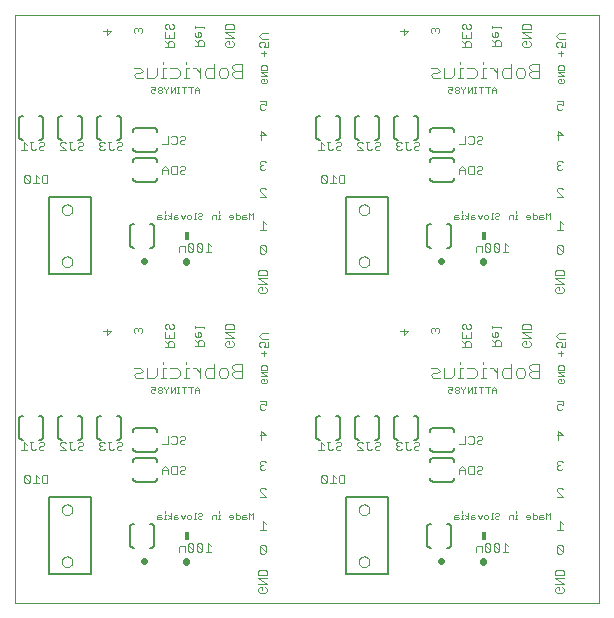
<source format=gbo>
G75*
%MOIN*%
%OFA0B0*%
%FSLAX24Y24*%
%IPPOS*%
%LPD*%
%AMOC8*
5,1,8,0,0,1.08239X$1,22.5*
%
%ADD10C,0.0040*%
%ADD11C,0.0030*%
%ADD12C,0.0000*%
%ADD13C,0.0220*%
%ADD14R,0.0180X0.0300*%
%ADD15C,0.0080*%
D10*
X001142Y004101D02*
X001235Y004101D01*
X001282Y004148D01*
X001095Y004335D01*
X001095Y004148D01*
X001142Y004101D01*
X001282Y004148D02*
X001282Y004335D01*
X001235Y004381D01*
X001142Y004381D01*
X001095Y004335D01*
X001390Y004101D02*
X001576Y004101D01*
X001483Y004101D02*
X001483Y004381D01*
X001576Y004288D01*
X001684Y004335D02*
X001684Y004148D01*
X001731Y004101D01*
X001871Y004101D01*
X001871Y004381D01*
X001731Y004381D01*
X001684Y004335D01*
X001724Y005201D02*
X001771Y005248D01*
X001724Y005201D02*
X001631Y005201D01*
X001584Y005248D01*
X001584Y005294D01*
X001631Y005341D01*
X001724Y005341D01*
X001771Y005388D01*
X001771Y005435D01*
X001724Y005481D01*
X001631Y005481D01*
X001584Y005435D01*
X001383Y005481D02*
X001290Y005481D01*
X001336Y005481D02*
X001336Y005248D01*
X001383Y005201D01*
X001430Y005201D01*
X001476Y005248D01*
X001182Y005201D02*
X000995Y005201D01*
X001088Y005201D02*
X001088Y005481D01*
X001182Y005388D01*
X002295Y005388D02*
X002295Y005435D01*
X002342Y005481D01*
X002435Y005481D01*
X002482Y005435D01*
X002590Y005481D02*
X002683Y005481D01*
X002636Y005481D02*
X002636Y005248D01*
X002683Y005201D01*
X002730Y005201D01*
X002776Y005248D01*
X002884Y005248D02*
X002931Y005201D01*
X003024Y005201D01*
X003071Y005248D01*
X003024Y005341D02*
X003071Y005388D01*
X003071Y005435D01*
X003024Y005481D01*
X002931Y005481D01*
X002884Y005435D01*
X002931Y005341D02*
X002884Y005294D01*
X002884Y005248D01*
X002931Y005341D02*
X003024Y005341D01*
X002482Y005201D02*
X002295Y005388D01*
X002295Y005201D02*
X002482Y005201D01*
X003595Y005248D02*
X003642Y005201D01*
X003735Y005201D01*
X003782Y005248D01*
X003688Y005341D02*
X003642Y005341D01*
X003595Y005294D01*
X003595Y005248D01*
X003642Y005341D02*
X003595Y005388D01*
X003595Y005435D01*
X003642Y005481D01*
X003735Y005481D01*
X003782Y005435D01*
X003890Y005481D02*
X003983Y005481D01*
X003936Y005481D02*
X003936Y005248D01*
X003983Y005201D01*
X004030Y005201D01*
X004076Y005248D01*
X004184Y005248D02*
X004231Y005201D01*
X004324Y005201D01*
X004371Y005248D01*
X004324Y005341D02*
X004231Y005341D01*
X004184Y005294D01*
X004184Y005248D01*
X004324Y005341D02*
X004371Y005388D01*
X004371Y005435D01*
X004324Y005481D01*
X004231Y005481D01*
X004184Y005435D01*
X005695Y005401D02*
X005882Y005401D01*
X005882Y005681D01*
X005990Y005635D02*
X006036Y005681D01*
X006130Y005681D01*
X006176Y005635D01*
X006176Y005448D01*
X006130Y005401D01*
X006036Y005401D01*
X005990Y005448D01*
X006284Y005448D02*
X006331Y005401D01*
X006424Y005401D01*
X006471Y005448D01*
X006424Y005541D02*
X006331Y005541D01*
X006284Y005494D01*
X006284Y005448D01*
X006424Y005541D02*
X006471Y005588D01*
X006471Y005635D01*
X006424Y005681D01*
X006331Y005681D01*
X006284Y005635D01*
X006331Y004681D02*
X006284Y004635D01*
X006331Y004681D02*
X006424Y004681D01*
X006471Y004635D01*
X006471Y004588D01*
X006424Y004541D01*
X006331Y004541D01*
X006284Y004494D01*
X006284Y004448D01*
X006331Y004401D01*
X006424Y004401D01*
X006471Y004448D01*
X006176Y004401D02*
X006176Y004681D01*
X006036Y004681D01*
X005990Y004635D01*
X005990Y004448D01*
X006036Y004401D01*
X006176Y004401D01*
X005882Y004401D02*
X005882Y004588D01*
X005788Y004681D01*
X005695Y004588D01*
X005695Y004401D01*
X005695Y004541D02*
X005882Y004541D01*
X006598Y002102D02*
X006552Y002056D01*
X006739Y001869D01*
X006692Y001822D01*
X006598Y001822D01*
X006552Y001869D01*
X006552Y002056D01*
X006598Y002102D02*
X006692Y002102D01*
X006739Y002056D01*
X006739Y001869D01*
X006846Y001869D02*
X006893Y001822D01*
X006987Y001822D01*
X007033Y001869D01*
X006846Y002056D01*
X006846Y001869D01*
X006846Y002056D02*
X006893Y002102D01*
X006987Y002102D01*
X007033Y002056D01*
X007033Y001869D01*
X007141Y001822D02*
X007328Y001822D01*
X007235Y001822D02*
X007235Y002102D01*
X007328Y002009D01*
X006444Y002009D02*
X006304Y002009D01*
X006257Y001962D01*
X006257Y001822D01*
X006444Y001822D02*
X006444Y002009D01*
X008898Y001181D02*
X008898Y001041D01*
X009178Y001041D01*
X009178Y001181D01*
X009132Y001227D01*
X008945Y001227D01*
X008898Y001181D01*
X008898Y000933D02*
X009178Y000933D01*
X009178Y000746D02*
X008898Y000933D01*
X008898Y000746D02*
X009178Y000746D01*
X009132Y000638D02*
X009178Y000591D01*
X009178Y000498D01*
X009132Y000451D01*
X008945Y000451D01*
X008898Y000498D01*
X008898Y000591D01*
X008945Y000638D01*
X009038Y000638D01*
X009038Y000545D01*
X011042Y004101D02*
X010995Y004148D01*
X010995Y004335D01*
X011182Y004148D01*
X011135Y004101D01*
X011042Y004101D01*
X011182Y004148D02*
X011182Y004335D01*
X011135Y004381D01*
X011042Y004381D01*
X010995Y004335D01*
X011290Y004101D02*
X011476Y004101D01*
X011383Y004101D02*
X011383Y004381D01*
X011476Y004288D01*
X011584Y004335D02*
X011631Y004381D01*
X011771Y004381D01*
X011771Y004101D01*
X011631Y004101D01*
X011584Y004148D01*
X011584Y004335D01*
X011624Y005201D02*
X011531Y005201D01*
X011484Y005248D01*
X011484Y005294D01*
X011531Y005341D01*
X011624Y005341D01*
X011671Y005388D01*
X011671Y005435D01*
X011624Y005481D01*
X011531Y005481D01*
X011484Y005435D01*
X011283Y005481D02*
X011190Y005481D01*
X011236Y005481D02*
X011236Y005248D01*
X011283Y005201D01*
X011330Y005201D01*
X011376Y005248D01*
X011082Y005201D02*
X010895Y005201D01*
X010988Y005201D02*
X010988Y005481D01*
X011082Y005388D01*
X011624Y005201D02*
X011671Y005248D01*
X012195Y005201D02*
X012382Y005201D01*
X012195Y005388D01*
X012195Y005435D01*
X012242Y005481D01*
X012335Y005481D01*
X012382Y005435D01*
X012490Y005481D02*
X012583Y005481D01*
X012536Y005481D02*
X012536Y005248D01*
X012583Y005201D01*
X012630Y005201D01*
X012676Y005248D01*
X012784Y005248D02*
X012831Y005201D01*
X012924Y005201D01*
X012971Y005248D01*
X012924Y005341D02*
X012831Y005341D01*
X012784Y005294D01*
X012784Y005248D01*
X012924Y005341D02*
X012971Y005388D01*
X012971Y005435D01*
X012924Y005481D01*
X012831Y005481D01*
X012784Y005435D01*
X013495Y005435D02*
X013495Y005388D01*
X013542Y005341D01*
X013495Y005294D01*
X013495Y005248D01*
X013542Y005201D01*
X013635Y005201D01*
X013682Y005248D01*
X013588Y005341D02*
X013542Y005341D01*
X013495Y005435D02*
X013542Y005481D01*
X013635Y005481D01*
X013682Y005435D01*
X013790Y005481D02*
X013883Y005481D01*
X013836Y005481D02*
X013836Y005248D01*
X013883Y005201D01*
X013930Y005201D01*
X013976Y005248D01*
X014084Y005248D02*
X014131Y005201D01*
X014224Y005201D01*
X014271Y005248D01*
X014224Y005341D02*
X014131Y005341D01*
X014084Y005294D01*
X014084Y005248D01*
X014224Y005341D02*
X014271Y005388D01*
X014271Y005435D01*
X014224Y005481D01*
X014131Y005481D01*
X014084Y005435D01*
X015595Y005401D02*
X015782Y005401D01*
X015782Y005681D01*
X015890Y005635D02*
X015936Y005681D01*
X016030Y005681D01*
X016076Y005635D01*
X016076Y005448D01*
X016030Y005401D01*
X015936Y005401D01*
X015890Y005448D01*
X016184Y005448D02*
X016231Y005401D01*
X016324Y005401D01*
X016371Y005448D01*
X016324Y005541D02*
X016231Y005541D01*
X016184Y005494D01*
X016184Y005448D01*
X016324Y005541D02*
X016371Y005588D01*
X016371Y005635D01*
X016324Y005681D01*
X016231Y005681D01*
X016184Y005635D01*
X016231Y004681D02*
X016324Y004681D01*
X016371Y004635D01*
X016371Y004588D01*
X016324Y004541D01*
X016231Y004541D01*
X016184Y004494D01*
X016184Y004448D01*
X016231Y004401D01*
X016324Y004401D01*
X016371Y004448D01*
X016184Y004635D02*
X016231Y004681D01*
X016076Y004681D02*
X016076Y004401D01*
X015936Y004401D01*
X015890Y004448D01*
X015890Y004635D01*
X015936Y004681D01*
X016076Y004681D01*
X015782Y004588D02*
X015782Y004401D01*
X015782Y004541D02*
X015595Y004541D01*
X015595Y004588D02*
X015595Y004401D01*
X015595Y004588D02*
X015688Y004681D01*
X015782Y004588D01*
X016498Y002102D02*
X016452Y002056D01*
X016639Y001869D01*
X016592Y001822D01*
X016498Y001822D01*
X016452Y001869D01*
X016452Y002056D01*
X016498Y002102D02*
X016592Y002102D01*
X016639Y002056D01*
X016639Y001869D01*
X016746Y001869D02*
X016746Y002056D01*
X016933Y001869D01*
X016887Y001822D01*
X016793Y001822D01*
X016746Y001869D01*
X016746Y002056D02*
X016793Y002102D01*
X016887Y002102D01*
X016933Y002056D01*
X016933Y001869D01*
X017041Y001822D02*
X017228Y001822D01*
X017135Y001822D02*
X017135Y002102D01*
X017228Y002009D01*
X016344Y002009D02*
X016204Y002009D01*
X016157Y001962D01*
X016157Y001822D01*
X016344Y001822D02*
X016344Y002009D01*
X018798Y001181D02*
X018798Y001041D01*
X019078Y001041D01*
X019078Y001181D01*
X019032Y001227D01*
X018845Y001227D01*
X018798Y001181D01*
X018798Y000933D02*
X019078Y000933D01*
X019078Y000746D02*
X018798Y000746D01*
X018845Y000638D02*
X018938Y000638D01*
X018938Y000545D01*
X018845Y000638D02*
X018798Y000591D01*
X018798Y000498D01*
X018845Y000451D01*
X019032Y000451D01*
X019078Y000498D01*
X019078Y000591D01*
X019032Y000638D01*
X019078Y000746D02*
X018798Y000933D01*
X018247Y007621D02*
X018017Y007621D01*
X017940Y007698D01*
X017940Y007775D01*
X018017Y007851D01*
X018247Y007851D01*
X018247Y007621D02*
X018247Y008081D01*
X018017Y008081D01*
X017940Y008005D01*
X017940Y007928D01*
X018017Y007851D01*
X017787Y007851D02*
X017787Y007698D01*
X017710Y007621D01*
X017556Y007621D01*
X017480Y007698D01*
X017480Y007851D01*
X017556Y007928D01*
X017710Y007928D01*
X017787Y007851D01*
X017326Y007928D02*
X017096Y007928D01*
X017019Y007851D01*
X017019Y007698D01*
X017096Y007621D01*
X017326Y007621D01*
X017326Y008081D01*
X016866Y007928D02*
X016866Y007621D01*
X016866Y007775D02*
X016712Y007928D01*
X016636Y007928D01*
X016482Y007928D02*
X016405Y007928D01*
X016405Y007621D01*
X016329Y007621D02*
X016482Y007621D01*
X016175Y007698D02*
X016099Y007621D01*
X015868Y007621D01*
X015715Y007621D02*
X015561Y007621D01*
X015638Y007621D02*
X015638Y007928D01*
X015715Y007928D01*
X015868Y007928D02*
X016099Y007928D01*
X016175Y007851D01*
X016175Y007698D01*
X016405Y008081D02*
X016405Y008158D01*
X016698Y008676D02*
X016978Y008676D01*
X016978Y008816D01*
X016932Y008863D01*
X016838Y008863D01*
X016791Y008816D01*
X016791Y008676D01*
X016791Y008770D02*
X016698Y008863D01*
X016745Y008971D02*
X016698Y009018D01*
X016698Y009111D01*
X016791Y009158D02*
X016791Y008971D01*
X016745Y008971D02*
X016838Y008971D01*
X016885Y009018D01*
X016885Y009111D01*
X016838Y009158D01*
X016791Y009158D01*
X016698Y009266D02*
X016698Y009359D01*
X016698Y009312D02*
X016978Y009312D01*
X016978Y009266D01*
X017698Y009241D02*
X017698Y009381D01*
X017745Y009427D01*
X017932Y009427D01*
X017978Y009381D01*
X017978Y009241D01*
X017698Y009241D01*
X017698Y009133D02*
X017978Y009133D01*
X017978Y008946D02*
X017698Y009133D01*
X017698Y008946D02*
X017978Y008946D01*
X017932Y008838D02*
X017978Y008791D01*
X017978Y008698D01*
X017932Y008651D01*
X017745Y008651D01*
X017698Y008698D01*
X017698Y008791D01*
X017745Y008838D01*
X017838Y008838D01*
X017838Y008745D01*
X018838Y008772D02*
X018838Y008678D01*
X018885Y008632D01*
X018978Y008632D02*
X019025Y008725D01*
X019025Y008772D01*
X018978Y008819D01*
X018885Y008819D01*
X018838Y008772D01*
X018932Y008926D02*
X018838Y009020D01*
X018932Y009113D01*
X019118Y009113D01*
X019118Y008926D02*
X018932Y008926D01*
X019118Y008819D02*
X019118Y008632D01*
X018978Y008632D01*
X018978Y008524D02*
X018978Y008337D01*
X019072Y008431D02*
X018885Y008431D01*
X018845Y010451D02*
X018798Y010498D01*
X018798Y010591D01*
X018845Y010638D01*
X018938Y010638D01*
X018938Y010545D01*
X019032Y010638D02*
X019078Y010591D01*
X019078Y010498D01*
X019032Y010451D01*
X018845Y010451D01*
X018798Y010746D02*
X019078Y010746D01*
X018798Y010933D01*
X019078Y010933D01*
X019078Y011041D02*
X018798Y011041D01*
X018798Y011181D01*
X018845Y011227D01*
X019032Y011227D01*
X019078Y011181D01*
X019078Y011041D01*
X017228Y011822D02*
X017041Y011822D01*
X017135Y011822D02*
X017135Y012102D01*
X017228Y012009D01*
X016933Y012056D02*
X016933Y011869D01*
X016746Y012056D01*
X016746Y011869D01*
X016793Y011822D01*
X016887Y011822D01*
X016933Y011869D01*
X016933Y012056D02*
X016887Y012102D01*
X016793Y012102D01*
X016746Y012056D01*
X016639Y012056D02*
X016639Y011869D01*
X016452Y012056D01*
X016452Y011869D01*
X016498Y011822D01*
X016592Y011822D01*
X016639Y011869D01*
X016639Y012056D02*
X016592Y012102D01*
X016498Y012102D01*
X016452Y012056D01*
X016344Y012009D02*
X016204Y012009D01*
X016157Y011962D01*
X016157Y011822D01*
X016344Y011822D02*
X016344Y012009D01*
X016324Y014401D02*
X016231Y014401D01*
X016184Y014448D01*
X016184Y014494D01*
X016231Y014541D01*
X016324Y014541D01*
X016371Y014588D01*
X016371Y014635D01*
X016324Y014681D01*
X016231Y014681D01*
X016184Y014635D01*
X016076Y014681D02*
X016076Y014401D01*
X015936Y014401D01*
X015890Y014448D01*
X015890Y014635D01*
X015936Y014681D01*
X016076Y014681D01*
X015782Y014588D02*
X015782Y014401D01*
X015782Y014541D02*
X015595Y014541D01*
X015595Y014588D02*
X015595Y014401D01*
X015595Y014588D02*
X015688Y014681D01*
X015782Y014588D01*
X016324Y014401D02*
X016371Y014448D01*
X016324Y015401D02*
X016231Y015401D01*
X016184Y015448D01*
X016184Y015494D01*
X016231Y015541D01*
X016324Y015541D01*
X016371Y015588D01*
X016371Y015635D01*
X016324Y015681D01*
X016231Y015681D01*
X016184Y015635D01*
X016076Y015635D02*
X016076Y015448D01*
X016030Y015401D01*
X015936Y015401D01*
X015890Y015448D01*
X015782Y015401D02*
X015595Y015401D01*
X015782Y015401D02*
X015782Y015681D01*
X015890Y015635D02*
X015936Y015681D01*
X016030Y015681D01*
X016076Y015635D01*
X016324Y015401D02*
X016371Y015448D01*
X016405Y017621D02*
X016405Y017928D01*
X016482Y017928D01*
X016636Y017928D02*
X016712Y017928D01*
X016866Y017775D01*
X016866Y017928D02*
X016866Y017621D01*
X017019Y017698D02*
X017019Y017851D01*
X017096Y017928D01*
X017326Y017928D01*
X017326Y018081D02*
X017326Y017621D01*
X017096Y017621D01*
X017019Y017698D01*
X017480Y017698D02*
X017480Y017851D01*
X017556Y017928D01*
X017710Y017928D01*
X017787Y017851D01*
X017787Y017698D01*
X017710Y017621D01*
X017556Y017621D01*
X017480Y017698D01*
X017940Y017698D02*
X018017Y017621D01*
X018247Y017621D01*
X018247Y018081D01*
X018017Y018081D01*
X017940Y018005D01*
X017940Y017928D01*
X018017Y017851D01*
X018247Y017851D01*
X018017Y017851D02*
X017940Y017775D01*
X017940Y017698D01*
X017932Y018651D02*
X017745Y018651D01*
X017698Y018698D01*
X017698Y018791D01*
X017745Y018838D01*
X017838Y018838D01*
X017838Y018745D01*
X017932Y018838D02*
X017978Y018791D01*
X017978Y018698D01*
X017932Y018651D01*
X017978Y018946D02*
X017698Y018946D01*
X017698Y019133D02*
X017978Y019133D01*
X017978Y019241D02*
X017978Y019381D01*
X017932Y019427D01*
X017745Y019427D01*
X017698Y019381D01*
X017698Y019241D01*
X017978Y019241D01*
X017978Y018946D02*
X017698Y019133D01*
X016978Y019266D02*
X016978Y019312D01*
X016698Y019312D01*
X016698Y019266D02*
X016698Y019359D01*
X016791Y019158D02*
X016791Y018971D01*
X016745Y018971D02*
X016838Y018971D01*
X016885Y019018D01*
X016885Y019111D01*
X016838Y019158D01*
X016791Y019158D01*
X016698Y019111D02*
X016698Y019018D01*
X016745Y018971D01*
X016698Y018863D02*
X016791Y018770D01*
X016791Y018816D02*
X016791Y018676D01*
X016698Y018676D02*
X016978Y018676D01*
X016978Y018816D01*
X016932Y018863D01*
X016838Y018863D01*
X016791Y018816D01*
X016405Y018158D02*
X016405Y018081D01*
X016175Y017851D02*
X016175Y017698D01*
X016099Y017621D01*
X015868Y017621D01*
X015715Y017621D02*
X015561Y017621D01*
X015638Y017621D02*
X015638Y017928D01*
X015715Y017928D01*
X015868Y017928D02*
X016099Y017928D01*
X016175Y017851D01*
X016329Y017621D02*
X016482Y017621D01*
X015638Y018081D02*
X015638Y018158D01*
X015408Y017928D02*
X015408Y017698D01*
X015331Y017621D01*
X015101Y017621D01*
X015101Y017928D01*
X014948Y017851D02*
X014871Y017928D01*
X014641Y017928D01*
X014717Y017775D02*
X014641Y017698D01*
X014717Y017621D01*
X014948Y017621D01*
X014871Y017775D02*
X014948Y017851D01*
X014871Y017775D02*
X014717Y017775D01*
X015698Y018651D02*
X015978Y018651D01*
X015978Y018791D01*
X015932Y018838D01*
X015838Y018838D01*
X015791Y018791D01*
X015791Y018651D01*
X015791Y018745D02*
X015698Y018838D01*
X015698Y018946D02*
X015698Y019133D01*
X015745Y019241D02*
X015698Y019287D01*
X015698Y019381D01*
X015745Y019427D01*
X015791Y019427D01*
X015838Y019381D01*
X015838Y019287D01*
X015885Y019241D01*
X015932Y019241D01*
X015978Y019287D01*
X015978Y019381D01*
X015932Y019427D01*
X015978Y019133D02*
X015978Y018946D01*
X015698Y018946D01*
X015838Y018946D02*
X015838Y019039D01*
X014933Y019144D02*
X014933Y019237D01*
X014886Y019284D01*
X014839Y019284D01*
X014793Y019237D01*
X014746Y019284D01*
X014699Y019284D01*
X014652Y019237D01*
X014652Y019144D01*
X014699Y019097D01*
X014793Y019190D02*
X014793Y019237D01*
X014886Y019097D02*
X014933Y019144D01*
X013903Y019192D02*
X013763Y019051D01*
X013763Y019238D01*
X013623Y019192D02*
X013903Y019192D01*
X013883Y015481D02*
X013790Y015481D01*
X013836Y015481D02*
X013836Y015248D01*
X013883Y015201D01*
X013930Y015201D01*
X013976Y015248D01*
X014084Y015248D02*
X014084Y015294D01*
X014131Y015341D01*
X014224Y015341D01*
X014271Y015388D01*
X014271Y015435D01*
X014224Y015481D01*
X014131Y015481D01*
X014084Y015435D01*
X014084Y015248D02*
X014131Y015201D01*
X014224Y015201D01*
X014271Y015248D01*
X013682Y015248D02*
X013635Y015201D01*
X013542Y015201D01*
X013495Y015248D01*
X013495Y015294D01*
X013542Y015341D01*
X013588Y015341D01*
X013542Y015341D02*
X013495Y015388D01*
X013495Y015435D01*
X013542Y015481D01*
X013635Y015481D01*
X013682Y015435D01*
X012971Y015435D02*
X012971Y015388D01*
X012924Y015341D01*
X012831Y015341D01*
X012784Y015294D01*
X012784Y015248D01*
X012831Y015201D01*
X012924Y015201D01*
X012971Y015248D01*
X012971Y015435D02*
X012924Y015481D01*
X012831Y015481D01*
X012784Y015435D01*
X012583Y015481D02*
X012490Y015481D01*
X012536Y015481D02*
X012536Y015248D01*
X012583Y015201D01*
X012630Y015201D01*
X012676Y015248D01*
X012382Y015201D02*
X012195Y015388D01*
X012195Y015435D01*
X012242Y015481D01*
X012335Y015481D01*
X012382Y015435D01*
X012382Y015201D02*
X012195Y015201D01*
X011671Y015248D02*
X011624Y015201D01*
X011531Y015201D01*
X011484Y015248D01*
X011484Y015294D01*
X011531Y015341D01*
X011624Y015341D01*
X011671Y015388D01*
X011671Y015435D01*
X011624Y015481D01*
X011531Y015481D01*
X011484Y015435D01*
X011283Y015481D02*
X011190Y015481D01*
X011236Y015481D02*
X011236Y015248D01*
X011283Y015201D01*
X011330Y015201D01*
X011376Y015248D01*
X011082Y015201D02*
X010895Y015201D01*
X010988Y015201D02*
X010988Y015481D01*
X011082Y015388D01*
X011042Y014381D02*
X010995Y014335D01*
X011182Y014148D01*
X011135Y014101D01*
X011042Y014101D01*
X010995Y014148D01*
X010995Y014335D01*
X011042Y014381D02*
X011135Y014381D01*
X011182Y014335D01*
X011182Y014148D01*
X011290Y014101D02*
X011476Y014101D01*
X011383Y014101D02*
X011383Y014381D01*
X011476Y014288D01*
X011584Y014335D02*
X011631Y014381D01*
X011771Y014381D01*
X011771Y014101D01*
X011631Y014101D01*
X011584Y014148D01*
X011584Y014335D01*
X009132Y011227D02*
X008945Y011227D01*
X008898Y011181D01*
X008898Y011041D01*
X009178Y011041D01*
X009178Y011181D01*
X009132Y011227D01*
X009178Y010933D02*
X008898Y010933D01*
X009178Y010746D01*
X008898Y010746D01*
X008945Y010638D02*
X009038Y010638D01*
X009038Y010545D01*
X008945Y010638D02*
X008898Y010591D01*
X008898Y010498D01*
X008945Y010451D01*
X009132Y010451D01*
X009178Y010498D01*
X009178Y010591D01*
X009132Y010638D01*
X008032Y009427D02*
X008078Y009381D01*
X008078Y009241D01*
X007798Y009241D01*
X007798Y009381D01*
X007845Y009427D01*
X008032Y009427D01*
X008078Y009133D02*
X007798Y009133D01*
X008078Y008946D01*
X007798Y008946D01*
X007845Y008838D02*
X007938Y008838D01*
X007938Y008745D01*
X007845Y008838D02*
X007798Y008791D01*
X007798Y008698D01*
X007845Y008651D01*
X008032Y008651D01*
X008078Y008698D01*
X008078Y008791D01*
X008032Y008838D01*
X008117Y008081D02*
X008040Y008005D01*
X008040Y007928D01*
X008117Y007851D01*
X008347Y007851D01*
X008347Y007621D02*
X008347Y008081D01*
X008117Y008081D01*
X008117Y007851D02*
X008040Y007775D01*
X008040Y007698D01*
X008117Y007621D01*
X008347Y007621D01*
X007887Y007698D02*
X007887Y007851D01*
X007810Y007928D01*
X007656Y007928D01*
X007580Y007851D01*
X007580Y007698D01*
X007656Y007621D01*
X007810Y007621D01*
X007887Y007698D01*
X007426Y007621D02*
X007426Y008081D01*
X007426Y007928D02*
X007196Y007928D01*
X007119Y007851D01*
X007119Y007698D01*
X007196Y007621D01*
X007426Y007621D01*
X006966Y007621D02*
X006966Y007928D01*
X006966Y007775D02*
X006812Y007928D01*
X006736Y007928D01*
X006582Y007928D02*
X006505Y007928D01*
X006505Y007621D01*
X006429Y007621D02*
X006582Y007621D01*
X006275Y007698D02*
X006275Y007851D01*
X006199Y007928D01*
X005968Y007928D01*
X005815Y007928D02*
X005738Y007928D01*
X005738Y007621D01*
X005815Y007621D02*
X005661Y007621D01*
X005508Y007698D02*
X005431Y007621D01*
X005201Y007621D01*
X005201Y007928D01*
X005048Y007851D02*
X004971Y007775D01*
X004817Y007775D01*
X004741Y007698D01*
X004817Y007621D01*
X005048Y007621D01*
X005048Y007851D02*
X004971Y007928D01*
X004741Y007928D01*
X005508Y007928D02*
X005508Y007698D01*
X005738Y008081D02*
X005738Y008158D01*
X005798Y008651D02*
X006078Y008651D01*
X006078Y008791D01*
X006032Y008838D01*
X005938Y008838D01*
X005891Y008791D01*
X005891Y008651D01*
X005891Y008745D02*
X005798Y008838D01*
X005798Y008946D02*
X005798Y009133D01*
X005845Y009241D02*
X005798Y009287D01*
X005798Y009381D01*
X005845Y009427D01*
X005891Y009427D01*
X005938Y009381D01*
X005938Y009287D01*
X005985Y009241D01*
X006032Y009241D01*
X006078Y009287D01*
X006078Y009381D01*
X006032Y009427D01*
X006078Y009133D02*
X006078Y008946D01*
X005798Y008946D01*
X005938Y008946D02*
X005938Y009039D01*
X006798Y009018D02*
X006845Y008971D01*
X006938Y008971D01*
X006985Y009018D01*
X006985Y009111D01*
X006938Y009158D01*
X006891Y009158D01*
X006891Y008971D01*
X006798Y009018D02*
X006798Y009111D01*
X006798Y009266D02*
X006798Y009359D01*
X006798Y009312D02*
X007078Y009312D01*
X007078Y009266D01*
X007032Y008863D02*
X006938Y008863D01*
X006891Y008816D01*
X006891Y008676D01*
X006798Y008676D02*
X007078Y008676D01*
X007078Y008816D01*
X007032Y008863D01*
X006891Y008770D02*
X006798Y008863D01*
X006505Y008158D02*
X006505Y008081D01*
X006275Y007698D02*
X006199Y007621D01*
X005968Y007621D01*
X004986Y009097D02*
X005033Y009144D01*
X005033Y009237D01*
X004986Y009284D01*
X004939Y009284D01*
X004893Y009237D01*
X004893Y009190D01*
X004893Y009237D02*
X004846Y009284D01*
X004799Y009284D01*
X004752Y009237D01*
X004752Y009144D01*
X004799Y009097D01*
X004003Y009192D02*
X003863Y009051D01*
X003863Y009238D01*
X003723Y009192D02*
X004003Y009192D01*
X006257Y011822D02*
X006257Y011962D01*
X006304Y012009D01*
X006444Y012009D01*
X006444Y011822D01*
X006552Y011869D02*
X006552Y012056D01*
X006739Y011869D01*
X006692Y011822D01*
X006598Y011822D01*
X006552Y011869D01*
X006552Y012056D02*
X006598Y012102D01*
X006692Y012102D01*
X006739Y012056D01*
X006739Y011869D01*
X006846Y011869D02*
X006893Y011822D01*
X006987Y011822D01*
X007033Y011869D01*
X006846Y012056D01*
X006846Y011869D01*
X006846Y012056D02*
X006893Y012102D01*
X006987Y012102D01*
X007033Y012056D01*
X007033Y011869D01*
X007141Y011822D02*
X007328Y011822D01*
X007235Y011822D02*
X007235Y012102D01*
X007328Y012009D01*
X006424Y014401D02*
X006471Y014448D01*
X006424Y014401D02*
X006331Y014401D01*
X006284Y014448D01*
X006284Y014494D01*
X006331Y014541D01*
X006424Y014541D01*
X006471Y014588D01*
X006471Y014635D01*
X006424Y014681D01*
X006331Y014681D01*
X006284Y014635D01*
X006176Y014681D02*
X006036Y014681D01*
X005990Y014635D01*
X005990Y014448D01*
X006036Y014401D01*
X006176Y014401D01*
X006176Y014681D01*
X005882Y014588D02*
X005882Y014401D01*
X005882Y014541D02*
X005695Y014541D01*
X005695Y014588D02*
X005695Y014401D01*
X005695Y014588D02*
X005788Y014681D01*
X005882Y014588D01*
X005882Y015401D02*
X005695Y015401D01*
X005882Y015401D02*
X005882Y015681D01*
X005990Y015635D02*
X006036Y015681D01*
X006130Y015681D01*
X006176Y015635D01*
X006176Y015448D01*
X006130Y015401D01*
X006036Y015401D01*
X005990Y015448D01*
X006284Y015448D02*
X006284Y015494D01*
X006331Y015541D01*
X006424Y015541D01*
X006471Y015588D01*
X006471Y015635D01*
X006424Y015681D01*
X006331Y015681D01*
X006284Y015635D01*
X006284Y015448D02*
X006331Y015401D01*
X006424Y015401D01*
X006471Y015448D01*
X004371Y015435D02*
X004371Y015388D01*
X004324Y015341D01*
X004231Y015341D01*
X004184Y015294D01*
X004184Y015248D01*
X004231Y015201D01*
X004324Y015201D01*
X004371Y015248D01*
X004371Y015435D02*
X004324Y015481D01*
X004231Y015481D01*
X004184Y015435D01*
X003983Y015481D02*
X003890Y015481D01*
X003936Y015481D02*
X003936Y015248D01*
X003983Y015201D01*
X004030Y015201D01*
X004076Y015248D01*
X003782Y015248D02*
X003735Y015201D01*
X003642Y015201D01*
X003595Y015248D01*
X003595Y015294D01*
X003642Y015341D01*
X003688Y015341D01*
X003642Y015341D02*
X003595Y015388D01*
X003595Y015435D01*
X003642Y015481D01*
X003735Y015481D01*
X003782Y015435D01*
X003071Y015435D02*
X003071Y015388D01*
X003024Y015341D01*
X002931Y015341D01*
X002884Y015294D01*
X002884Y015248D01*
X002931Y015201D01*
X003024Y015201D01*
X003071Y015248D01*
X003071Y015435D02*
X003024Y015481D01*
X002931Y015481D01*
X002884Y015435D01*
X002683Y015481D02*
X002590Y015481D01*
X002636Y015481D02*
X002636Y015248D01*
X002683Y015201D01*
X002730Y015201D01*
X002776Y015248D01*
X002482Y015201D02*
X002295Y015388D01*
X002295Y015435D01*
X002342Y015481D01*
X002435Y015481D01*
X002482Y015435D01*
X002482Y015201D02*
X002295Y015201D01*
X001771Y015248D02*
X001724Y015201D01*
X001631Y015201D01*
X001584Y015248D01*
X001584Y015294D01*
X001631Y015341D01*
X001724Y015341D01*
X001771Y015388D01*
X001771Y015435D01*
X001724Y015481D01*
X001631Y015481D01*
X001584Y015435D01*
X001383Y015481D02*
X001290Y015481D01*
X001336Y015481D02*
X001336Y015248D01*
X001383Y015201D01*
X001430Y015201D01*
X001476Y015248D01*
X001182Y015201D02*
X000995Y015201D01*
X001088Y015201D02*
X001088Y015481D01*
X001182Y015388D01*
X001142Y014381D02*
X001095Y014335D01*
X001282Y014148D01*
X001235Y014101D01*
X001142Y014101D01*
X001095Y014148D01*
X001095Y014335D01*
X001142Y014381D02*
X001235Y014381D01*
X001282Y014335D01*
X001282Y014148D01*
X001390Y014101D02*
X001576Y014101D01*
X001483Y014101D02*
X001483Y014381D01*
X001576Y014288D01*
X001684Y014335D02*
X001731Y014381D01*
X001871Y014381D01*
X001871Y014101D01*
X001731Y014101D01*
X001684Y014148D01*
X001684Y014335D01*
X004817Y017621D02*
X004741Y017698D01*
X004817Y017775D01*
X004971Y017775D01*
X005048Y017851D01*
X004971Y017928D01*
X004741Y017928D01*
X004817Y017621D02*
X005048Y017621D01*
X005201Y017621D02*
X005201Y017928D01*
X005201Y017621D02*
X005431Y017621D01*
X005508Y017698D01*
X005508Y017928D01*
X005738Y017928D02*
X005738Y017621D01*
X005815Y017621D02*
X005661Y017621D01*
X005738Y017928D02*
X005815Y017928D01*
X005968Y017928D02*
X006199Y017928D01*
X006275Y017851D01*
X006275Y017698D01*
X006199Y017621D01*
X005968Y017621D01*
X006429Y017621D02*
X006582Y017621D01*
X006505Y017621D02*
X006505Y017928D01*
X006582Y017928D01*
X006736Y017928D02*
X006812Y017928D01*
X006966Y017775D01*
X006966Y017928D02*
X006966Y017621D01*
X007119Y017698D02*
X007119Y017851D01*
X007196Y017928D01*
X007426Y017928D01*
X007426Y018081D02*
X007426Y017621D01*
X007196Y017621D01*
X007119Y017698D01*
X007580Y017698D02*
X007580Y017851D01*
X007656Y017928D01*
X007810Y017928D01*
X007887Y017851D01*
X007887Y017698D01*
X007810Y017621D01*
X007656Y017621D01*
X007580Y017698D01*
X008040Y017698D02*
X008117Y017621D01*
X008347Y017621D01*
X008347Y018081D01*
X008117Y018081D01*
X008040Y018005D01*
X008040Y017928D01*
X008117Y017851D01*
X008347Y017851D01*
X008117Y017851D02*
X008040Y017775D01*
X008040Y017698D01*
X008032Y018651D02*
X007845Y018651D01*
X007798Y018698D01*
X007798Y018791D01*
X007845Y018838D01*
X007938Y018838D01*
X007938Y018745D01*
X008032Y018838D02*
X008078Y018791D01*
X008078Y018698D01*
X008032Y018651D01*
X008078Y018946D02*
X007798Y018946D01*
X007798Y019133D02*
X008078Y019133D01*
X008078Y019241D02*
X008078Y019381D01*
X008032Y019427D01*
X007845Y019427D01*
X007798Y019381D01*
X007798Y019241D01*
X008078Y019241D01*
X008078Y018946D02*
X007798Y019133D01*
X007078Y019266D02*
X007078Y019312D01*
X006798Y019312D01*
X006798Y019266D02*
X006798Y019359D01*
X006891Y019158D02*
X006891Y018971D01*
X006845Y018971D02*
X006938Y018971D01*
X006985Y019018D01*
X006985Y019111D01*
X006938Y019158D01*
X006891Y019158D01*
X006798Y019111D02*
X006798Y019018D01*
X006845Y018971D01*
X006798Y018863D02*
X006891Y018770D01*
X006891Y018816D02*
X006891Y018676D01*
X006798Y018676D02*
X007078Y018676D01*
X007078Y018816D01*
X007032Y018863D01*
X006938Y018863D01*
X006891Y018816D01*
X006505Y018158D02*
X006505Y018081D01*
X006078Y018651D02*
X005798Y018651D01*
X005891Y018651D02*
X005891Y018791D01*
X005938Y018838D01*
X006032Y018838D01*
X006078Y018791D01*
X006078Y018651D01*
X005891Y018745D02*
X005798Y018838D01*
X005798Y018946D02*
X005798Y019133D01*
X005845Y019241D02*
X005798Y019287D01*
X005798Y019381D01*
X005845Y019427D01*
X005891Y019427D01*
X005938Y019381D01*
X005938Y019287D01*
X005985Y019241D01*
X006032Y019241D01*
X006078Y019287D01*
X006078Y019381D01*
X006032Y019427D01*
X006078Y019133D02*
X006078Y018946D01*
X005798Y018946D01*
X005938Y018946D02*
X005938Y019039D01*
X005738Y018158D02*
X005738Y018081D01*
X004986Y019097D02*
X005033Y019144D01*
X005033Y019237D01*
X004986Y019284D01*
X004939Y019284D01*
X004893Y019237D01*
X004846Y019284D01*
X004799Y019284D01*
X004752Y019237D01*
X004752Y019144D01*
X004799Y019097D01*
X004893Y019190D02*
X004893Y019237D01*
X004003Y019192D02*
X003863Y019051D01*
X003863Y019238D01*
X003723Y019192D02*
X004003Y019192D01*
X008938Y019020D02*
X009032Y019113D01*
X009218Y019113D01*
X009218Y018926D02*
X009032Y018926D01*
X008938Y019020D01*
X008985Y018819D02*
X008938Y018772D01*
X008938Y018678D01*
X008985Y018632D01*
X009078Y018632D02*
X009125Y018725D01*
X009125Y018772D01*
X009078Y018819D01*
X008985Y018819D01*
X009078Y018632D02*
X009218Y018632D01*
X009218Y018819D01*
X009078Y018524D02*
X009078Y018337D01*
X009172Y018431D02*
X008985Y018431D01*
X015745Y009427D02*
X015698Y009381D01*
X015698Y009287D01*
X015745Y009241D01*
X015838Y009287D02*
X015838Y009381D01*
X015791Y009427D01*
X015745Y009427D01*
X015838Y009287D02*
X015885Y009241D01*
X015932Y009241D01*
X015978Y009287D01*
X015978Y009381D01*
X015932Y009427D01*
X015978Y009133D02*
X015978Y008946D01*
X015698Y008946D01*
X015698Y009133D01*
X015838Y009039D02*
X015838Y008946D01*
X015838Y008838D02*
X015791Y008791D01*
X015791Y008651D01*
X015698Y008651D02*
X015978Y008651D01*
X015978Y008791D01*
X015932Y008838D01*
X015838Y008838D01*
X015791Y008745D02*
X015698Y008838D01*
X015638Y008158D02*
X015638Y008081D01*
X015408Y007928D02*
X015408Y007698D01*
X015331Y007621D01*
X015101Y007621D01*
X015101Y007928D01*
X014948Y007851D02*
X014871Y007928D01*
X014641Y007928D01*
X014717Y007775D02*
X014641Y007698D01*
X014717Y007621D01*
X014948Y007621D01*
X014871Y007775D02*
X014948Y007851D01*
X014871Y007775D02*
X014717Y007775D01*
X014699Y009097D02*
X014652Y009144D01*
X014652Y009237D01*
X014699Y009284D01*
X014746Y009284D01*
X014793Y009237D01*
X014793Y009190D01*
X014793Y009237D02*
X014839Y009284D01*
X014886Y009284D01*
X014933Y009237D01*
X014933Y009144D01*
X014886Y009097D01*
X013903Y009192D02*
X013763Y009051D01*
X013763Y009238D01*
X013623Y009192D02*
X013903Y009192D01*
X009218Y009113D02*
X009032Y009113D01*
X008938Y009020D01*
X009032Y008926D01*
X009218Y008926D01*
X009218Y008819D02*
X009218Y008632D01*
X009078Y008632D01*
X009125Y008725D01*
X009125Y008772D01*
X009078Y008819D01*
X008985Y008819D01*
X008938Y008772D01*
X008938Y008678D01*
X008985Y008632D01*
X009078Y008524D02*
X009078Y008337D01*
X009172Y008431D02*
X008985Y008431D01*
X018885Y018431D02*
X019072Y018431D01*
X018978Y018337D02*
X018978Y018524D01*
X018978Y018632D02*
X019025Y018725D01*
X019025Y018772D01*
X018978Y018819D01*
X018885Y018819D01*
X018838Y018772D01*
X018838Y018678D01*
X018885Y018632D01*
X018978Y018632D02*
X019118Y018632D01*
X019118Y018819D01*
X019118Y018926D02*
X018932Y018926D01*
X018838Y019020D01*
X018932Y019113D01*
X019118Y019113D01*
D11*
X019068Y018028D02*
X018928Y018028D01*
X018893Y017993D01*
X018893Y017888D01*
X019103Y017888D01*
X019103Y017993D01*
X019068Y018028D01*
X019103Y017807D02*
X018893Y017807D01*
X019103Y017667D01*
X018893Y017667D01*
X018928Y017586D02*
X018998Y017586D01*
X018998Y017516D01*
X018928Y017446D02*
X018893Y017481D01*
X018893Y017551D01*
X018928Y017586D01*
X018928Y017446D02*
X019068Y017446D01*
X019103Y017481D01*
X019103Y017551D01*
X019068Y017586D01*
X019047Y016847D02*
X018853Y016847D01*
X018902Y016751D02*
X018853Y016702D01*
X018853Y016605D01*
X018902Y016557D01*
X018999Y016557D01*
X019047Y016605D01*
X019047Y016702D02*
X018950Y016751D01*
X018902Y016751D01*
X019047Y016702D02*
X019047Y016847D01*
X018902Y015847D02*
X019047Y015702D01*
X018853Y015702D01*
X018902Y015557D02*
X018902Y015847D01*
X018902Y014847D02*
X018853Y014799D01*
X018853Y014751D01*
X018902Y014702D01*
X018853Y014654D01*
X018853Y014605D01*
X018902Y014557D01*
X018999Y014557D01*
X019047Y014605D01*
X018950Y014702D02*
X018902Y014702D01*
X018902Y014847D02*
X018999Y014847D01*
X019047Y014799D01*
X018999Y013947D02*
X018902Y013947D01*
X018853Y013899D01*
X018853Y013851D01*
X019047Y013657D01*
X018853Y013657D01*
X019047Y013899D02*
X018999Y013947D01*
X018633Y013127D02*
X018563Y013057D01*
X018493Y013127D01*
X018493Y012917D01*
X018412Y012952D02*
X018377Y012987D01*
X018272Y012987D01*
X018272Y013022D02*
X018272Y012917D01*
X018377Y012917D01*
X018412Y012952D01*
X018377Y013057D02*
X018307Y013057D01*
X018272Y013022D01*
X018191Y013022D02*
X018156Y013057D01*
X018051Y013057D01*
X018051Y013127D02*
X018051Y012917D01*
X018156Y012917D01*
X018191Y012952D01*
X018191Y013022D01*
X017970Y013022D02*
X017970Y012952D01*
X017935Y012917D01*
X017865Y012917D01*
X017830Y012987D02*
X017970Y012987D01*
X017970Y013022D02*
X017935Y013057D01*
X017865Y013057D01*
X017830Y013022D01*
X017830Y012987D01*
X017528Y012917D02*
X017458Y012917D01*
X017493Y012917D02*
X017493Y013057D01*
X017528Y013057D01*
X017493Y013127D02*
X017493Y013162D01*
X017381Y013057D02*
X017276Y013057D01*
X017241Y013022D01*
X017241Y012917D01*
X017381Y012917D02*
X017381Y013057D01*
X016939Y013057D02*
X016904Y013022D01*
X016834Y013022D01*
X016799Y012987D01*
X016799Y012952D01*
X016834Y012917D01*
X016904Y012917D01*
X016939Y012952D01*
X016939Y013057D02*
X016939Y013092D01*
X016904Y013127D01*
X016834Y013127D01*
X016799Y013092D01*
X016718Y013127D02*
X016683Y013127D01*
X016683Y012917D01*
X016718Y012917D02*
X016648Y012917D01*
X016570Y012952D02*
X016535Y012917D01*
X016465Y012917D01*
X016430Y012952D01*
X016430Y013022D01*
X016465Y013057D01*
X016535Y013057D01*
X016570Y013022D01*
X016570Y012952D01*
X016349Y013057D02*
X016279Y012917D01*
X016209Y013057D01*
X016093Y013057D02*
X016023Y013057D01*
X015988Y013022D01*
X015988Y012917D01*
X016093Y012917D01*
X016128Y012952D01*
X016093Y012987D01*
X015988Y012987D01*
X015907Y012987D02*
X015802Y013057D01*
X015723Y013057D02*
X015688Y013057D01*
X015688Y012917D01*
X015723Y012917D02*
X015653Y012917D01*
X015576Y012952D02*
X015541Y012987D01*
X015436Y012987D01*
X015436Y013022D02*
X015436Y012917D01*
X015541Y012917D01*
X015576Y012952D01*
X015541Y013057D02*
X015471Y013057D01*
X015436Y013022D01*
X015688Y013127D02*
X015688Y013162D01*
X015802Y012917D02*
X015907Y012987D01*
X015907Y012917D02*
X015907Y013127D01*
X018633Y013127D02*
X018633Y012917D01*
X018950Y012847D02*
X018950Y012557D01*
X019047Y012557D02*
X018853Y012557D01*
X019047Y012751D02*
X018950Y012847D01*
X018902Y012047D02*
X018853Y011999D01*
X019047Y011805D01*
X018999Y011757D01*
X018902Y011757D01*
X018853Y011805D01*
X018853Y011999D01*
X018902Y012047D02*
X018999Y012047D01*
X019047Y011999D01*
X019047Y011805D01*
X019068Y008028D02*
X018928Y008028D01*
X018893Y007993D01*
X018893Y007888D01*
X019103Y007888D01*
X019103Y007993D01*
X019068Y008028D01*
X019103Y007807D02*
X018893Y007807D01*
X019103Y007667D01*
X018893Y007667D01*
X018928Y007586D02*
X018998Y007586D01*
X018998Y007516D01*
X019068Y007446D02*
X018928Y007446D01*
X018893Y007481D01*
X018893Y007551D01*
X018928Y007586D01*
X019068Y007586D02*
X019103Y007551D01*
X019103Y007481D01*
X019068Y007446D01*
X019047Y006847D02*
X018853Y006847D01*
X018902Y006751D02*
X018853Y006702D01*
X018853Y006605D01*
X018902Y006557D01*
X018999Y006557D01*
X019047Y006605D01*
X019047Y006702D02*
X018950Y006751D01*
X018902Y006751D01*
X019047Y006702D02*
X019047Y006847D01*
X018902Y005847D02*
X019047Y005702D01*
X018853Y005702D01*
X018902Y005557D02*
X018902Y005847D01*
X018902Y004847D02*
X018853Y004799D01*
X018853Y004751D01*
X018902Y004702D01*
X018853Y004654D01*
X018853Y004605D01*
X018902Y004557D01*
X018999Y004557D01*
X019047Y004605D01*
X018950Y004702D02*
X018902Y004702D01*
X018902Y004847D02*
X018999Y004847D01*
X019047Y004799D01*
X018999Y003947D02*
X018902Y003947D01*
X018853Y003899D01*
X018853Y003851D01*
X019047Y003657D01*
X018853Y003657D01*
X019047Y003899D02*
X018999Y003947D01*
X018633Y003127D02*
X018563Y003057D01*
X018493Y003127D01*
X018493Y002917D01*
X018412Y002952D02*
X018377Y002987D01*
X018272Y002987D01*
X018272Y003022D02*
X018272Y002917D01*
X018377Y002917D01*
X018412Y002952D01*
X018377Y003057D02*
X018307Y003057D01*
X018272Y003022D01*
X018191Y003022D02*
X018156Y003057D01*
X018051Y003057D01*
X018051Y003127D02*
X018051Y002917D01*
X018156Y002917D01*
X018191Y002952D01*
X018191Y003022D01*
X017970Y003022D02*
X017935Y003057D01*
X017865Y003057D01*
X017830Y003022D01*
X017830Y002987D01*
X017970Y002987D01*
X017970Y002952D02*
X017970Y003022D01*
X017970Y002952D02*
X017935Y002917D01*
X017865Y002917D01*
X017528Y002917D02*
X017458Y002917D01*
X017493Y002917D02*
X017493Y003057D01*
X017528Y003057D01*
X017493Y003127D02*
X017493Y003162D01*
X017381Y003057D02*
X017276Y003057D01*
X017241Y003022D01*
X017241Y002917D01*
X017381Y002917D02*
X017381Y003057D01*
X016939Y003057D02*
X016904Y003022D01*
X016834Y003022D01*
X016799Y002987D01*
X016799Y002952D01*
X016834Y002917D01*
X016904Y002917D01*
X016939Y002952D01*
X016939Y003057D02*
X016939Y003092D01*
X016904Y003127D01*
X016834Y003127D01*
X016799Y003092D01*
X016718Y003127D02*
X016683Y003127D01*
X016683Y002917D01*
X016718Y002917D02*
X016648Y002917D01*
X016570Y002952D02*
X016535Y002917D01*
X016465Y002917D01*
X016430Y002952D01*
X016430Y003022D01*
X016465Y003057D01*
X016535Y003057D01*
X016570Y003022D01*
X016570Y002952D01*
X016349Y003057D02*
X016279Y002917D01*
X016209Y003057D01*
X016093Y003057D02*
X016023Y003057D01*
X015988Y003022D01*
X015988Y002917D01*
X016093Y002917D01*
X016128Y002952D01*
X016093Y002987D01*
X015988Y002987D01*
X015907Y002987D02*
X015802Y003057D01*
X015723Y003057D02*
X015688Y003057D01*
X015688Y002917D01*
X015723Y002917D02*
X015653Y002917D01*
X015576Y002952D02*
X015541Y002987D01*
X015436Y002987D01*
X015436Y003022D02*
X015436Y002917D01*
X015541Y002917D01*
X015576Y002952D01*
X015541Y003057D02*
X015471Y003057D01*
X015436Y003022D01*
X015688Y003127D02*
X015688Y003162D01*
X015802Y002917D02*
X015907Y002987D01*
X015907Y002917D02*
X015907Y003127D01*
X018633Y003127D02*
X018633Y002917D01*
X018950Y002847D02*
X018950Y002557D01*
X019047Y002557D02*
X018853Y002557D01*
X019047Y002751D02*
X018950Y002847D01*
X018902Y002047D02*
X018853Y001999D01*
X019047Y001805D01*
X018999Y001757D01*
X018902Y001757D01*
X018853Y001805D01*
X018853Y001999D01*
X018902Y002047D02*
X018999Y002047D01*
X019047Y001999D01*
X019047Y001805D01*
X016833Y007117D02*
X016833Y007257D01*
X016763Y007327D01*
X016693Y007257D01*
X016693Y007117D01*
X016693Y007222D02*
X016833Y007222D01*
X016612Y007327D02*
X016472Y007327D01*
X016542Y007327D02*
X016542Y007117D01*
X016321Y007117D02*
X016321Y007327D01*
X016391Y007327D02*
X016251Y007327D01*
X016170Y007327D02*
X016100Y007327D01*
X016135Y007327D02*
X016135Y007117D01*
X016170Y007117D02*
X016100Y007117D01*
X016023Y007117D02*
X016023Y007327D01*
X015883Y007117D01*
X015883Y007327D01*
X015802Y007327D02*
X015802Y007292D01*
X015732Y007222D01*
X015732Y007117D01*
X015732Y007222D02*
X015662Y007292D01*
X015662Y007327D01*
X015581Y007292D02*
X015581Y007257D01*
X015546Y007222D01*
X015476Y007222D01*
X015441Y007187D01*
X015441Y007152D01*
X015476Y007117D01*
X015546Y007117D01*
X015581Y007152D01*
X015581Y007187D01*
X015546Y007222D01*
X015476Y007222D02*
X015441Y007257D01*
X015441Y007292D01*
X015476Y007327D01*
X015546Y007327D01*
X015581Y007292D01*
X015360Y007327D02*
X015360Y007222D01*
X015290Y007257D01*
X015255Y007257D01*
X015220Y007222D01*
X015220Y007152D01*
X015255Y007117D01*
X015325Y007117D01*
X015360Y007152D01*
X015360Y007327D02*
X015220Y007327D01*
X009203Y007481D02*
X009168Y007446D01*
X009028Y007446D01*
X008993Y007481D01*
X008993Y007551D01*
X009028Y007586D01*
X009098Y007586D01*
X009098Y007516D01*
X009168Y007586D02*
X009203Y007551D01*
X009203Y007481D01*
X009203Y007667D02*
X008993Y007807D01*
X009203Y007807D01*
X009203Y007888D02*
X008993Y007888D01*
X008993Y007993D01*
X009028Y008028D01*
X009168Y008028D01*
X009203Y007993D01*
X009203Y007888D01*
X009203Y007667D02*
X008993Y007667D01*
X008953Y006847D02*
X009147Y006847D01*
X009147Y006702D01*
X009050Y006751D01*
X009002Y006751D01*
X008953Y006702D01*
X008953Y006605D01*
X009002Y006557D01*
X009099Y006557D01*
X009147Y006605D01*
X009002Y005847D02*
X009147Y005702D01*
X008953Y005702D01*
X009002Y005557D02*
X009002Y005847D01*
X009002Y004847D02*
X008953Y004799D01*
X008953Y004751D01*
X009002Y004702D01*
X008953Y004654D01*
X008953Y004605D01*
X009002Y004557D01*
X009099Y004557D01*
X009147Y004605D01*
X009050Y004702D02*
X009002Y004702D01*
X009002Y004847D02*
X009099Y004847D01*
X009147Y004799D01*
X009099Y003947D02*
X009147Y003899D01*
X009099Y003947D02*
X009002Y003947D01*
X008953Y003899D01*
X008953Y003851D01*
X009147Y003657D01*
X008953Y003657D01*
X008733Y003127D02*
X008663Y003057D01*
X008593Y003127D01*
X008593Y002917D01*
X008512Y002952D02*
X008477Y002987D01*
X008372Y002987D01*
X008372Y003022D02*
X008372Y002917D01*
X008477Y002917D01*
X008512Y002952D01*
X008477Y003057D02*
X008407Y003057D01*
X008372Y003022D01*
X008291Y003022D02*
X008256Y003057D01*
X008151Y003057D01*
X008151Y003127D02*
X008151Y002917D01*
X008256Y002917D01*
X008291Y002952D01*
X008291Y003022D01*
X008070Y003022D02*
X008035Y003057D01*
X007965Y003057D01*
X007930Y003022D01*
X007930Y002987D01*
X008070Y002987D01*
X008070Y002952D02*
X008070Y003022D01*
X008070Y002952D02*
X008035Y002917D01*
X007965Y002917D01*
X007628Y002917D02*
X007558Y002917D01*
X007593Y002917D02*
X007593Y003057D01*
X007628Y003057D01*
X007593Y003127D02*
X007593Y003162D01*
X007481Y003057D02*
X007376Y003057D01*
X007341Y003022D01*
X007341Y002917D01*
X007481Y002917D02*
X007481Y003057D01*
X007039Y003057D02*
X007004Y003022D01*
X006934Y003022D01*
X006899Y002987D01*
X006899Y002952D01*
X006934Y002917D01*
X007004Y002917D01*
X007039Y002952D01*
X007039Y003057D02*
X007039Y003092D01*
X007004Y003127D01*
X006934Y003127D01*
X006899Y003092D01*
X006818Y003127D02*
X006783Y003127D01*
X006783Y002917D01*
X006818Y002917D02*
X006748Y002917D01*
X006670Y002952D02*
X006635Y002917D01*
X006565Y002917D01*
X006530Y002952D01*
X006530Y003022D01*
X006565Y003057D01*
X006635Y003057D01*
X006670Y003022D01*
X006670Y002952D01*
X006449Y003057D02*
X006379Y002917D01*
X006309Y003057D01*
X006193Y003057D02*
X006123Y003057D01*
X006088Y003022D01*
X006088Y002917D01*
X006193Y002917D01*
X006228Y002952D01*
X006193Y002987D01*
X006088Y002987D01*
X006007Y002987D02*
X005902Y003057D01*
X005823Y003057D02*
X005788Y003057D01*
X005788Y002917D01*
X005823Y002917D02*
X005753Y002917D01*
X005676Y002952D02*
X005641Y002987D01*
X005536Y002987D01*
X005536Y003022D02*
X005536Y002917D01*
X005641Y002917D01*
X005676Y002952D01*
X005641Y003057D02*
X005571Y003057D01*
X005536Y003022D01*
X005788Y003127D02*
X005788Y003162D01*
X006007Y003127D02*
X006007Y002917D01*
X006007Y002987D02*
X005902Y002917D01*
X008733Y002917D02*
X008733Y003127D01*
X009050Y002847D02*
X009050Y002557D01*
X009147Y002557D02*
X008953Y002557D01*
X009147Y002751D02*
X009050Y002847D01*
X009002Y002047D02*
X008953Y001999D01*
X009147Y001805D01*
X009099Y001757D01*
X009002Y001757D01*
X008953Y001805D01*
X008953Y001999D01*
X009002Y002047D02*
X009099Y002047D01*
X009147Y001999D01*
X009147Y001805D01*
X006933Y007117D02*
X006933Y007257D01*
X006863Y007327D01*
X006793Y007257D01*
X006793Y007117D01*
X006793Y007222D02*
X006933Y007222D01*
X006712Y007327D02*
X006572Y007327D01*
X006642Y007327D02*
X006642Y007117D01*
X006421Y007117D02*
X006421Y007327D01*
X006491Y007327D02*
X006351Y007327D01*
X006270Y007327D02*
X006200Y007327D01*
X006235Y007327D02*
X006235Y007117D01*
X006270Y007117D02*
X006200Y007117D01*
X006123Y007117D02*
X006123Y007327D01*
X005983Y007117D01*
X005983Y007327D01*
X005902Y007327D02*
X005902Y007292D01*
X005832Y007222D01*
X005832Y007117D01*
X005832Y007222D02*
X005762Y007292D01*
X005762Y007327D01*
X005681Y007292D02*
X005681Y007257D01*
X005646Y007222D01*
X005576Y007222D01*
X005541Y007187D01*
X005541Y007152D01*
X005576Y007117D01*
X005646Y007117D01*
X005681Y007152D01*
X005681Y007187D01*
X005646Y007222D01*
X005576Y007222D02*
X005541Y007257D01*
X005541Y007292D01*
X005576Y007327D01*
X005646Y007327D01*
X005681Y007292D01*
X005460Y007327D02*
X005460Y007222D01*
X005390Y007257D01*
X005355Y007257D01*
X005320Y007222D01*
X005320Y007152D01*
X005355Y007117D01*
X005425Y007117D01*
X005460Y007152D01*
X005460Y007327D02*
X005320Y007327D01*
X009002Y011757D02*
X008953Y011805D01*
X008953Y011999D01*
X009147Y011805D01*
X009099Y011757D01*
X009002Y011757D01*
X009147Y011805D02*
X009147Y011999D01*
X009099Y012047D01*
X009002Y012047D01*
X008953Y011999D01*
X008953Y012557D02*
X009147Y012557D01*
X009050Y012557D02*
X009050Y012847D01*
X009147Y012751D01*
X008733Y012917D02*
X008733Y013127D01*
X008663Y013057D01*
X008593Y013127D01*
X008593Y012917D01*
X008512Y012952D02*
X008477Y012987D01*
X008372Y012987D01*
X008372Y013022D02*
X008372Y012917D01*
X008477Y012917D01*
X008512Y012952D01*
X008477Y013057D02*
X008407Y013057D01*
X008372Y013022D01*
X008291Y013022D02*
X008291Y012952D01*
X008256Y012917D01*
X008151Y012917D01*
X008151Y013127D01*
X008151Y013057D02*
X008256Y013057D01*
X008291Y013022D01*
X008070Y013022D02*
X008070Y012952D01*
X008035Y012917D01*
X007965Y012917D01*
X007930Y012987D02*
X008070Y012987D01*
X008070Y013022D02*
X008035Y013057D01*
X007965Y013057D01*
X007930Y013022D01*
X007930Y012987D01*
X007628Y012917D02*
X007558Y012917D01*
X007593Y012917D02*
X007593Y013057D01*
X007628Y013057D01*
X007593Y013127D02*
X007593Y013162D01*
X007481Y013057D02*
X007481Y012917D01*
X007481Y013057D02*
X007376Y013057D01*
X007341Y013022D01*
X007341Y012917D01*
X007039Y012952D02*
X007004Y012917D01*
X006934Y012917D01*
X006899Y012952D01*
X006899Y012987D01*
X006934Y013022D01*
X007004Y013022D01*
X007039Y013057D01*
X007039Y013092D01*
X007004Y013127D01*
X006934Y013127D01*
X006899Y013092D01*
X006818Y013127D02*
X006783Y013127D01*
X006783Y012917D01*
X006818Y012917D02*
X006748Y012917D01*
X006670Y012952D02*
X006670Y013022D01*
X006635Y013057D01*
X006565Y013057D01*
X006530Y013022D01*
X006530Y012952D01*
X006565Y012917D01*
X006635Y012917D01*
X006670Y012952D01*
X006449Y013057D02*
X006379Y012917D01*
X006309Y013057D01*
X006193Y013057D02*
X006123Y013057D01*
X006088Y013022D01*
X006088Y012917D01*
X006193Y012917D01*
X006228Y012952D01*
X006193Y012987D01*
X006088Y012987D01*
X006007Y012987D02*
X005902Y013057D01*
X005823Y013057D02*
X005788Y013057D01*
X005788Y012917D01*
X005823Y012917D02*
X005753Y012917D01*
X005676Y012952D02*
X005641Y012987D01*
X005536Y012987D01*
X005536Y013022D02*
X005536Y012917D01*
X005641Y012917D01*
X005676Y012952D01*
X005641Y013057D02*
X005571Y013057D01*
X005536Y013022D01*
X005788Y013127D02*
X005788Y013162D01*
X006007Y013127D02*
X006007Y012917D01*
X006007Y012987D02*
X005902Y012917D01*
X008953Y013657D02*
X009147Y013657D01*
X008953Y013851D01*
X008953Y013899D01*
X009002Y013947D01*
X009099Y013947D01*
X009147Y013899D01*
X009099Y014557D02*
X009147Y014605D01*
X009099Y014557D02*
X009002Y014557D01*
X008953Y014605D01*
X008953Y014654D01*
X009002Y014702D01*
X009050Y014702D01*
X009002Y014702D02*
X008953Y014751D01*
X008953Y014799D01*
X009002Y014847D01*
X009099Y014847D01*
X009147Y014799D01*
X009002Y015557D02*
X009002Y015847D01*
X009147Y015702D01*
X008953Y015702D01*
X009002Y016557D02*
X009099Y016557D01*
X009147Y016605D01*
X009147Y016702D02*
X009050Y016751D01*
X009002Y016751D01*
X008953Y016702D01*
X008953Y016605D01*
X009002Y016557D01*
X009147Y016702D02*
X009147Y016847D01*
X008953Y016847D01*
X009028Y017446D02*
X008993Y017481D01*
X008993Y017551D01*
X009028Y017586D01*
X009098Y017586D01*
X009098Y017516D01*
X009168Y017446D02*
X009028Y017446D01*
X009168Y017446D02*
X009203Y017481D01*
X009203Y017551D01*
X009168Y017586D01*
X009203Y017667D02*
X008993Y017667D01*
X008993Y017807D02*
X009203Y017807D01*
X009203Y017888D02*
X009203Y017993D01*
X009168Y018028D01*
X009028Y018028D01*
X008993Y017993D01*
X008993Y017888D01*
X009203Y017888D01*
X009203Y017667D02*
X008993Y017807D01*
X006933Y017257D02*
X006863Y017327D01*
X006793Y017257D01*
X006793Y017117D01*
X006793Y017222D02*
X006933Y017222D01*
X006933Y017257D02*
X006933Y017117D01*
X006642Y017117D02*
X006642Y017327D01*
X006712Y017327D02*
X006572Y017327D01*
X006491Y017327D02*
X006351Y017327D01*
X006421Y017327D02*
X006421Y017117D01*
X006270Y017117D02*
X006200Y017117D01*
X006235Y017117D02*
X006235Y017327D01*
X006270Y017327D02*
X006200Y017327D01*
X006123Y017327D02*
X005983Y017117D01*
X005983Y017327D01*
X005902Y017327D02*
X005902Y017292D01*
X005832Y017222D01*
X005832Y017117D01*
X005832Y017222D02*
X005762Y017292D01*
X005762Y017327D01*
X005681Y017292D02*
X005681Y017257D01*
X005646Y017222D01*
X005576Y017222D01*
X005541Y017187D01*
X005541Y017152D01*
X005576Y017117D01*
X005646Y017117D01*
X005681Y017152D01*
X005681Y017187D01*
X005646Y017222D01*
X005576Y017222D02*
X005541Y017257D01*
X005541Y017292D01*
X005576Y017327D01*
X005646Y017327D01*
X005681Y017292D01*
X005460Y017327D02*
X005460Y017222D01*
X005390Y017257D01*
X005355Y017257D01*
X005320Y017222D01*
X005320Y017152D01*
X005355Y017117D01*
X005425Y017117D01*
X005460Y017152D01*
X005460Y017327D02*
X005320Y017327D01*
X006123Y017327D02*
X006123Y017117D01*
X015220Y017152D02*
X015255Y017117D01*
X015325Y017117D01*
X015360Y017152D01*
X015360Y017222D02*
X015290Y017257D01*
X015255Y017257D01*
X015220Y017222D01*
X015220Y017152D01*
X015360Y017222D02*
X015360Y017327D01*
X015220Y017327D01*
X015441Y017292D02*
X015441Y017257D01*
X015476Y017222D01*
X015546Y017222D01*
X015581Y017257D01*
X015581Y017292D01*
X015546Y017327D01*
X015476Y017327D01*
X015441Y017292D01*
X015476Y017222D02*
X015441Y017187D01*
X015441Y017152D01*
X015476Y017117D01*
X015546Y017117D01*
X015581Y017152D01*
X015581Y017187D01*
X015546Y017222D01*
X015662Y017292D02*
X015662Y017327D01*
X015662Y017292D02*
X015732Y017222D01*
X015732Y017117D01*
X015732Y017222D02*
X015802Y017292D01*
X015802Y017327D01*
X015883Y017327D02*
X015883Y017117D01*
X016023Y017327D01*
X016023Y017117D01*
X016100Y017117D02*
X016170Y017117D01*
X016135Y017117D02*
X016135Y017327D01*
X016170Y017327D02*
X016100Y017327D01*
X016251Y017327D02*
X016391Y017327D01*
X016321Y017327D02*
X016321Y017117D01*
X016542Y017117D02*
X016542Y017327D01*
X016612Y017327D02*
X016472Y017327D01*
X016693Y017257D02*
X016693Y017117D01*
X016693Y017222D02*
X016833Y017222D01*
X016833Y017257D02*
X016763Y017327D01*
X016693Y017257D01*
X016833Y017257D02*
X016833Y017117D01*
D12*
X000778Y019723D02*
X000778Y000102D01*
X020273Y000102D01*
X020273Y019723D01*
X000778Y019723D01*
X002351Y013218D02*
X002353Y013244D01*
X002359Y013270D01*
X002369Y013295D01*
X002382Y013318D01*
X002398Y013338D01*
X002418Y013356D01*
X002440Y013371D01*
X002463Y013383D01*
X002489Y013391D01*
X002515Y013395D01*
X002541Y013395D01*
X002567Y013391D01*
X002593Y013383D01*
X002617Y013371D01*
X002638Y013356D01*
X002658Y013338D01*
X002674Y013318D01*
X002687Y013295D01*
X002697Y013270D01*
X002703Y013244D01*
X002705Y013218D01*
X002703Y013192D01*
X002697Y013166D01*
X002687Y013141D01*
X002674Y013118D01*
X002658Y013098D01*
X002638Y013080D01*
X002616Y013065D01*
X002593Y013053D01*
X002567Y013045D01*
X002541Y013041D01*
X002515Y013041D01*
X002489Y013045D01*
X002463Y013053D01*
X002439Y013065D01*
X002418Y013080D01*
X002398Y013098D01*
X002382Y013118D01*
X002369Y013141D01*
X002359Y013166D01*
X002353Y013192D01*
X002351Y013218D01*
X002351Y011485D02*
X002353Y011511D01*
X002359Y011537D01*
X002369Y011562D01*
X002382Y011585D01*
X002398Y011605D01*
X002418Y011623D01*
X002440Y011638D01*
X002463Y011650D01*
X002489Y011658D01*
X002515Y011662D01*
X002541Y011662D01*
X002567Y011658D01*
X002593Y011650D01*
X002617Y011638D01*
X002638Y011623D01*
X002658Y011605D01*
X002674Y011585D01*
X002687Y011562D01*
X002697Y011537D01*
X002703Y011511D01*
X002705Y011485D01*
X002703Y011459D01*
X002697Y011433D01*
X002687Y011408D01*
X002674Y011385D01*
X002658Y011365D01*
X002638Y011347D01*
X002616Y011332D01*
X002593Y011320D01*
X002567Y011312D01*
X002541Y011308D01*
X002515Y011308D01*
X002489Y011312D01*
X002463Y011320D01*
X002439Y011332D01*
X002418Y011347D01*
X002398Y011365D01*
X002382Y011385D01*
X002369Y011408D01*
X002359Y011433D01*
X002353Y011459D01*
X002351Y011485D01*
X002351Y003218D02*
X002353Y003244D01*
X002359Y003270D01*
X002369Y003295D01*
X002382Y003318D01*
X002398Y003338D01*
X002418Y003356D01*
X002440Y003371D01*
X002463Y003383D01*
X002489Y003391D01*
X002515Y003395D01*
X002541Y003395D01*
X002567Y003391D01*
X002593Y003383D01*
X002617Y003371D01*
X002638Y003356D01*
X002658Y003338D01*
X002674Y003318D01*
X002687Y003295D01*
X002697Y003270D01*
X002703Y003244D01*
X002705Y003218D01*
X002703Y003192D01*
X002697Y003166D01*
X002687Y003141D01*
X002674Y003118D01*
X002658Y003098D01*
X002638Y003080D01*
X002616Y003065D01*
X002593Y003053D01*
X002567Y003045D01*
X002541Y003041D01*
X002515Y003041D01*
X002489Y003045D01*
X002463Y003053D01*
X002439Y003065D01*
X002418Y003080D01*
X002398Y003098D01*
X002382Y003118D01*
X002369Y003141D01*
X002359Y003166D01*
X002353Y003192D01*
X002351Y003218D01*
X002351Y001485D02*
X002353Y001511D01*
X002359Y001537D01*
X002369Y001562D01*
X002382Y001585D01*
X002398Y001605D01*
X002418Y001623D01*
X002440Y001638D01*
X002463Y001650D01*
X002489Y001658D01*
X002515Y001662D01*
X002541Y001662D01*
X002567Y001658D01*
X002593Y001650D01*
X002617Y001638D01*
X002638Y001623D01*
X002658Y001605D01*
X002674Y001585D01*
X002687Y001562D01*
X002697Y001537D01*
X002703Y001511D01*
X002705Y001485D01*
X002703Y001459D01*
X002697Y001433D01*
X002687Y001408D01*
X002674Y001385D01*
X002658Y001365D01*
X002638Y001347D01*
X002616Y001332D01*
X002593Y001320D01*
X002567Y001312D01*
X002541Y001308D01*
X002515Y001308D01*
X002489Y001312D01*
X002463Y001320D01*
X002439Y001332D01*
X002418Y001347D01*
X002398Y001365D01*
X002382Y001385D01*
X002369Y001408D01*
X002359Y001433D01*
X002353Y001459D01*
X002351Y001485D01*
X012251Y001485D02*
X012253Y001511D01*
X012259Y001537D01*
X012269Y001562D01*
X012282Y001585D01*
X012298Y001605D01*
X012318Y001623D01*
X012340Y001638D01*
X012363Y001650D01*
X012389Y001658D01*
X012415Y001662D01*
X012441Y001662D01*
X012467Y001658D01*
X012493Y001650D01*
X012517Y001638D01*
X012538Y001623D01*
X012558Y001605D01*
X012574Y001585D01*
X012587Y001562D01*
X012597Y001537D01*
X012603Y001511D01*
X012605Y001485D01*
X012603Y001459D01*
X012597Y001433D01*
X012587Y001408D01*
X012574Y001385D01*
X012558Y001365D01*
X012538Y001347D01*
X012516Y001332D01*
X012493Y001320D01*
X012467Y001312D01*
X012441Y001308D01*
X012415Y001308D01*
X012389Y001312D01*
X012363Y001320D01*
X012339Y001332D01*
X012318Y001347D01*
X012298Y001365D01*
X012282Y001385D01*
X012269Y001408D01*
X012259Y001433D01*
X012253Y001459D01*
X012251Y001485D01*
X012251Y003218D02*
X012253Y003244D01*
X012259Y003270D01*
X012269Y003295D01*
X012282Y003318D01*
X012298Y003338D01*
X012318Y003356D01*
X012340Y003371D01*
X012363Y003383D01*
X012389Y003391D01*
X012415Y003395D01*
X012441Y003395D01*
X012467Y003391D01*
X012493Y003383D01*
X012517Y003371D01*
X012538Y003356D01*
X012558Y003338D01*
X012574Y003318D01*
X012587Y003295D01*
X012597Y003270D01*
X012603Y003244D01*
X012605Y003218D01*
X012603Y003192D01*
X012597Y003166D01*
X012587Y003141D01*
X012574Y003118D01*
X012558Y003098D01*
X012538Y003080D01*
X012516Y003065D01*
X012493Y003053D01*
X012467Y003045D01*
X012441Y003041D01*
X012415Y003041D01*
X012389Y003045D01*
X012363Y003053D01*
X012339Y003065D01*
X012318Y003080D01*
X012298Y003098D01*
X012282Y003118D01*
X012269Y003141D01*
X012259Y003166D01*
X012253Y003192D01*
X012251Y003218D01*
X012251Y011485D02*
X012253Y011511D01*
X012259Y011537D01*
X012269Y011562D01*
X012282Y011585D01*
X012298Y011605D01*
X012318Y011623D01*
X012340Y011638D01*
X012363Y011650D01*
X012389Y011658D01*
X012415Y011662D01*
X012441Y011662D01*
X012467Y011658D01*
X012493Y011650D01*
X012517Y011638D01*
X012538Y011623D01*
X012558Y011605D01*
X012574Y011585D01*
X012587Y011562D01*
X012597Y011537D01*
X012603Y011511D01*
X012605Y011485D01*
X012603Y011459D01*
X012597Y011433D01*
X012587Y011408D01*
X012574Y011385D01*
X012558Y011365D01*
X012538Y011347D01*
X012516Y011332D01*
X012493Y011320D01*
X012467Y011312D01*
X012441Y011308D01*
X012415Y011308D01*
X012389Y011312D01*
X012363Y011320D01*
X012339Y011332D01*
X012318Y011347D01*
X012298Y011365D01*
X012282Y011385D01*
X012269Y011408D01*
X012259Y011433D01*
X012253Y011459D01*
X012251Y011485D01*
X012251Y013218D02*
X012253Y013244D01*
X012259Y013270D01*
X012269Y013295D01*
X012282Y013318D01*
X012298Y013338D01*
X012318Y013356D01*
X012340Y013371D01*
X012363Y013383D01*
X012389Y013391D01*
X012415Y013395D01*
X012441Y013395D01*
X012467Y013391D01*
X012493Y013383D01*
X012517Y013371D01*
X012538Y013356D01*
X012558Y013338D01*
X012574Y013318D01*
X012587Y013295D01*
X012597Y013270D01*
X012603Y013244D01*
X012605Y013218D01*
X012603Y013192D01*
X012597Y013166D01*
X012587Y013141D01*
X012574Y013118D01*
X012558Y013098D01*
X012538Y013080D01*
X012516Y013065D01*
X012493Y013053D01*
X012467Y013045D01*
X012441Y013041D01*
X012415Y013041D01*
X012389Y013045D01*
X012363Y013053D01*
X012339Y013065D01*
X012318Y013080D01*
X012298Y013098D01*
X012282Y013118D01*
X012269Y013141D01*
X012259Y013166D01*
X012253Y013192D01*
X012251Y013218D01*
D13*
X014991Y011525D02*
X014991Y011501D01*
X016391Y011482D02*
X016391Y011506D01*
X016391Y001506D02*
X016391Y001482D01*
X014991Y001501D02*
X014991Y001525D01*
X006491Y001482D02*
X006491Y001506D01*
X005091Y001501D02*
X005091Y001525D01*
X005091Y011501D02*
X005091Y011525D01*
X006491Y011482D02*
X006491Y011506D01*
D14*
X006528Y012352D03*
X006528Y002352D03*
X016428Y002352D03*
X016428Y012352D03*
D15*
X015321Y012037D02*
X015321Y012667D01*
X015316Y012683D01*
X015308Y012699D01*
X015298Y012713D01*
X015286Y012725D01*
X015271Y012735D01*
X015255Y012742D01*
X015238Y012746D01*
X015221Y012747D01*
X015203Y012745D01*
X014652Y012745D02*
X014632Y012747D01*
X014613Y012745D01*
X014594Y012739D01*
X014577Y012730D01*
X014561Y012718D01*
X014549Y012703D01*
X014540Y012685D01*
X014534Y012667D01*
X014534Y012037D01*
X014534Y012036D02*
X014540Y012018D01*
X014549Y012000D01*
X014561Y011985D01*
X014577Y011973D01*
X014594Y011964D01*
X014613Y011958D01*
X014632Y011956D01*
X014652Y011958D01*
X015203Y011958D02*
X015221Y011956D01*
X015238Y011957D01*
X015255Y011961D01*
X015271Y011968D01*
X015286Y011978D01*
X015298Y011990D01*
X015308Y012004D01*
X015316Y012020D01*
X015321Y012036D01*
X015343Y014158D02*
X014713Y014158D01*
X014712Y014158D02*
X014696Y014163D01*
X014680Y014171D01*
X014666Y014181D01*
X014654Y014193D01*
X014644Y014208D01*
X014637Y014224D01*
X014633Y014241D01*
X014632Y014258D01*
X014634Y014276D01*
X014634Y014827D02*
X014632Y014845D01*
X014633Y014862D01*
X014637Y014879D01*
X014644Y014895D01*
X014654Y014910D01*
X014666Y014922D01*
X014680Y014932D01*
X014696Y014940D01*
X014712Y014945D01*
X014713Y014945D02*
X015343Y014945D01*
X015359Y014940D01*
X015375Y014932D01*
X015389Y014922D01*
X015401Y014910D01*
X015411Y014895D01*
X015418Y014879D01*
X015422Y014862D01*
X015423Y014845D01*
X015421Y014827D01*
X015343Y015158D02*
X014713Y015158D01*
X014712Y015158D02*
X014696Y015163D01*
X014680Y015171D01*
X014666Y015181D01*
X014654Y015193D01*
X014644Y015208D01*
X014637Y015224D01*
X014633Y015241D01*
X014632Y015258D01*
X014634Y015276D01*
X014221Y015637D02*
X014221Y016267D01*
X014216Y016283D01*
X014208Y016299D01*
X014198Y016313D01*
X014186Y016325D01*
X014171Y016335D01*
X014155Y016342D01*
X014138Y016346D01*
X014121Y016347D01*
X014103Y016345D01*
X013552Y016345D02*
X013532Y016347D01*
X013513Y016345D01*
X013494Y016339D01*
X013477Y016330D01*
X013461Y016318D01*
X013449Y016303D01*
X013440Y016285D01*
X013434Y016267D01*
X013434Y015637D01*
X013434Y015636D02*
X013440Y015618D01*
X013449Y015600D01*
X013461Y015585D01*
X013477Y015573D01*
X013494Y015564D01*
X013513Y015558D01*
X013532Y015556D01*
X013552Y015558D01*
X014103Y015558D02*
X014121Y015556D01*
X014138Y015557D01*
X014155Y015561D01*
X014171Y015568D01*
X014186Y015578D01*
X014198Y015590D01*
X014208Y015604D01*
X014216Y015620D01*
X014221Y015636D01*
X014634Y015827D02*
X014632Y015845D01*
X014633Y015862D01*
X014637Y015879D01*
X014644Y015895D01*
X014654Y015910D01*
X014666Y015922D01*
X014680Y015932D01*
X014696Y015940D01*
X014712Y015945D01*
X014713Y015945D02*
X015343Y015945D01*
X015359Y015940D01*
X015375Y015932D01*
X015389Y015922D01*
X015401Y015910D01*
X015411Y015895D01*
X015418Y015879D01*
X015422Y015862D01*
X015423Y015845D01*
X015421Y015827D01*
X015421Y015276D02*
X015423Y015258D01*
X015422Y015241D01*
X015418Y015224D01*
X015411Y015208D01*
X015401Y015193D01*
X015389Y015181D01*
X015375Y015171D01*
X015359Y015163D01*
X015343Y015158D01*
X015421Y014276D02*
X015423Y014258D01*
X015422Y014241D01*
X015418Y014224D01*
X015411Y014208D01*
X015401Y014193D01*
X015389Y014181D01*
X015375Y014171D01*
X015359Y014163D01*
X015343Y014158D01*
X013228Y013642D02*
X011828Y013642D01*
X011828Y011062D01*
X013228Y011062D01*
X013228Y013642D01*
X012921Y015637D02*
X012921Y016267D01*
X012916Y016283D01*
X012908Y016299D01*
X012898Y016313D01*
X012886Y016325D01*
X012871Y016335D01*
X012855Y016342D01*
X012838Y016346D01*
X012821Y016347D01*
X012803Y016345D01*
X012252Y016345D02*
X012232Y016347D01*
X012213Y016345D01*
X012194Y016339D01*
X012177Y016330D01*
X012161Y016318D01*
X012149Y016303D01*
X012140Y016285D01*
X012134Y016267D01*
X012134Y015637D01*
X012134Y015636D02*
X012140Y015618D01*
X012149Y015600D01*
X012161Y015585D01*
X012177Y015573D01*
X012194Y015564D01*
X012213Y015558D01*
X012232Y015556D01*
X012252Y015558D01*
X012803Y015558D02*
X012821Y015556D01*
X012838Y015557D01*
X012855Y015561D01*
X012871Y015568D01*
X012886Y015578D01*
X012898Y015590D01*
X012908Y015604D01*
X012916Y015620D01*
X012921Y015636D01*
X011621Y015637D02*
X011621Y016267D01*
X011616Y016283D01*
X011608Y016299D01*
X011598Y016313D01*
X011586Y016325D01*
X011571Y016335D01*
X011555Y016342D01*
X011538Y016346D01*
X011521Y016347D01*
X011503Y016345D01*
X010952Y016345D02*
X010932Y016347D01*
X010913Y016345D01*
X010894Y016339D01*
X010877Y016330D01*
X010861Y016318D01*
X010849Y016303D01*
X010840Y016285D01*
X010834Y016267D01*
X010834Y015637D01*
X010834Y015636D02*
X010840Y015618D01*
X010849Y015600D01*
X010861Y015585D01*
X010877Y015573D01*
X010894Y015564D01*
X010913Y015558D01*
X010932Y015556D01*
X010952Y015558D01*
X011503Y015558D02*
X011521Y015556D01*
X011538Y015557D01*
X011555Y015561D01*
X011571Y015568D01*
X011586Y015578D01*
X011598Y015590D01*
X011608Y015604D01*
X011616Y015620D01*
X011621Y015636D01*
X005443Y015945D02*
X004813Y015945D01*
X004812Y015945D02*
X004796Y015940D01*
X004780Y015932D01*
X004766Y015922D01*
X004754Y015910D01*
X004744Y015895D01*
X004737Y015879D01*
X004733Y015862D01*
X004732Y015845D01*
X004734Y015827D01*
X004321Y015637D02*
X004321Y016267D01*
X004316Y016283D01*
X004308Y016299D01*
X004298Y016313D01*
X004286Y016325D01*
X004271Y016335D01*
X004255Y016342D01*
X004238Y016346D01*
X004221Y016347D01*
X004203Y016345D01*
X003652Y016345D02*
X003632Y016347D01*
X003613Y016345D01*
X003594Y016339D01*
X003577Y016330D01*
X003561Y016318D01*
X003549Y016303D01*
X003540Y016285D01*
X003534Y016267D01*
X003534Y015637D01*
X003534Y015636D02*
X003540Y015618D01*
X003549Y015600D01*
X003561Y015585D01*
X003577Y015573D01*
X003594Y015564D01*
X003613Y015558D01*
X003632Y015556D01*
X003652Y015558D01*
X004203Y015558D02*
X004221Y015556D01*
X004238Y015557D01*
X004255Y015561D01*
X004271Y015568D01*
X004286Y015578D01*
X004298Y015590D01*
X004308Y015604D01*
X004316Y015620D01*
X004321Y015636D01*
X004734Y015276D02*
X004732Y015258D01*
X004733Y015241D01*
X004737Y015224D01*
X004744Y015208D01*
X004754Y015193D01*
X004766Y015181D01*
X004780Y015171D01*
X004796Y015163D01*
X004812Y015158D01*
X004813Y015158D02*
X005443Y015158D01*
X005459Y015163D01*
X005475Y015171D01*
X005489Y015181D01*
X005501Y015193D01*
X005511Y015208D01*
X005518Y015224D01*
X005522Y015241D01*
X005523Y015258D01*
X005521Y015276D01*
X005443Y014945D02*
X004813Y014945D01*
X004812Y014945D02*
X004796Y014940D01*
X004780Y014932D01*
X004766Y014922D01*
X004754Y014910D01*
X004744Y014895D01*
X004737Y014879D01*
X004733Y014862D01*
X004732Y014845D01*
X004734Y014827D01*
X004734Y014276D02*
X004732Y014258D01*
X004733Y014241D01*
X004737Y014224D01*
X004744Y014208D01*
X004754Y014193D01*
X004766Y014181D01*
X004780Y014171D01*
X004796Y014163D01*
X004812Y014158D01*
X004813Y014158D02*
X005443Y014158D01*
X005459Y014163D01*
X005475Y014171D01*
X005489Y014181D01*
X005501Y014193D01*
X005511Y014208D01*
X005518Y014224D01*
X005522Y014241D01*
X005523Y014258D01*
X005521Y014276D01*
X005521Y014827D02*
X005523Y014845D01*
X005522Y014862D01*
X005518Y014879D01*
X005511Y014895D01*
X005501Y014910D01*
X005489Y014922D01*
X005475Y014932D01*
X005459Y014940D01*
X005443Y014945D01*
X005521Y015827D02*
X005523Y015845D01*
X005522Y015862D01*
X005518Y015879D01*
X005511Y015895D01*
X005501Y015910D01*
X005489Y015922D01*
X005475Y015932D01*
X005459Y015940D01*
X005443Y015945D01*
X003328Y013642D02*
X001928Y013642D01*
X001928Y011062D01*
X003328Y011062D01*
X003328Y013642D01*
X004634Y012667D02*
X004634Y012037D01*
X004634Y012036D02*
X004640Y012018D01*
X004649Y012000D01*
X004661Y011985D01*
X004677Y011973D01*
X004694Y011964D01*
X004713Y011958D01*
X004732Y011956D01*
X004752Y011958D01*
X005303Y011958D02*
X005321Y011956D01*
X005338Y011957D01*
X005355Y011961D01*
X005371Y011968D01*
X005386Y011978D01*
X005398Y011990D01*
X005408Y012004D01*
X005416Y012020D01*
X005421Y012036D01*
X005421Y012037D02*
X005421Y012667D01*
X005416Y012683D01*
X005408Y012699D01*
X005398Y012713D01*
X005386Y012725D01*
X005371Y012735D01*
X005355Y012742D01*
X005338Y012746D01*
X005321Y012747D01*
X005303Y012745D01*
X004752Y012745D02*
X004732Y012747D01*
X004713Y012745D01*
X004694Y012739D01*
X004677Y012730D01*
X004661Y012718D01*
X004649Y012703D01*
X004640Y012685D01*
X004634Y012667D01*
X003021Y015637D02*
X003021Y016267D01*
X003016Y016283D01*
X003008Y016299D01*
X002998Y016313D01*
X002986Y016325D01*
X002971Y016335D01*
X002955Y016342D01*
X002938Y016346D01*
X002921Y016347D01*
X002903Y016345D01*
X002352Y016345D02*
X002332Y016347D01*
X002313Y016345D01*
X002294Y016339D01*
X002277Y016330D01*
X002261Y016318D01*
X002249Y016303D01*
X002240Y016285D01*
X002234Y016267D01*
X002234Y015637D01*
X002234Y015636D02*
X002240Y015618D01*
X002249Y015600D01*
X002261Y015585D01*
X002277Y015573D01*
X002294Y015564D01*
X002313Y015558D01*
X002332Y015556D01*
X002352Y015558D01*
X002903Y015558D02*
X002921Y015556D01*
X002938Y015557D01*
X002955Y015561D01*
X002971Y015568D01*
X002986Y015578D01*
X002998Y015590D01*
X003008Y015604D01*
X003016Y015620D01*
X003021Y015636D01*
X001721Y015637D02*
X001721Y016267D01*
X001716Y016283D01*
X001708Y016299D01*
X001698Y016313D01*
X001686Y016325D01*
X001671Y016335D01*
X001655Y016342D01*
X001638Y016346D01*
X001621Y016347D01*
X001603Y016345D01*
X001052Y016345D02*
X001032Y016347D01*
X001013Y016345D01*
X000994Y016339D01*
X000977Y016330D01*
X000961Y016318D01*
X000949Y016303D01*
X000940Y016285D01*
X000934Y016267D01*
X000934Y015637D01*
X000934Y015636D02*
X000940Y015618D01*
X000949Y015600D01*
X000961Y015585D01*
X000977Y015573D01*
X000994Y015564D01*
X001013Y015558D01*
X001032Y015556D01*
X001052Y015558D01*
X001603Y015558D02*
X001621Y015556D01*
X001638Y015557D01*
X001655Y015561D01*
X001671Y015568D01*
X001686Y015578D01*
X001698Y015590D01*
X001708Y015604D01*
X001716Y015620D01*
X001721Y015636D01*
X001721Y006267D02*
X001721Y005637D01*
X001721Y005636D02*
X001716Y005620D01*
X001708Y005604D01*
X001698Y005590D01*
X001686Y005578D01*
X001671Y005568D01*
X001655Y005561D01*
X001638Y005557D01*
X001621Y005556D01*
X001603Y005558D01*
X001052Y005558D02*
X001032Y005556D01*
X001013Y005558D01*
X000994Y005564D01*
X000977Y005573D01*
X000961Y005585D01*
X000949Y005600D01*
X000940Y005618D01*
X000934Y005636D01*
X000934Y005637D02*
X000934Y006267D01*
X000940Y006285D01*
X000949Y006303D01*
X000961Y006318D01*
X000977Y006330D01*
X000994Y006339D01*
X001013Y006345D01*
X001032Y006347D01*
X001052Y006345D01*
X001603Y006345D02*
X001621Y006347D01*
X001638Y006346D01*
X001655Y006342D01*
X001671Y006335D01*
X001686Y006325D01*
X001698Y006313D01*
X001708Y006299D01*
X001716Y006283D01*
X001721Y006267D01*
X002234Y006267D02*
X002234Y005637D01*
X002234Y005636D02*
X002240Y005618D01*
X002249Y005600D01*
X002261Y005585D01*
X002277Y005573D01*
X002294Y005564D01*
X002313Y005558D01*
X002332Y005556D01*
X002352Y005558D01*
X002903Y005558D02*
X002921Y005556D01*
X002938Y005557D01*
X002955Y005561D01*
X002971Y005568D01*
X002986Y005578D01*
X002998Y005590D01*
X003008Y005604D01*
X003016Y005620D01*
X003021Y005636D01*
X003021Y005637D02*
X003021Y006267D01*
X003016Y006283D01*
X003008Y006299D01*
X002998Y006313D01*
X002986Y006325D01*
X002971Y006335D01*
X002955Y006342D01*
X002938Y006346D01*
X002921Y006347D01*
X002903Y006345D01*
X002352Y006345D02*
X002332Y006347D01*
X002313Y006345D01*
X002294Y006339D01*
X002277Y006330D01*
X002261Y006318D01*
X002249Y006303D01*
X002240Y006285D01*
X002234Y006267D01*
X003534Y006267D02*
X003534Y005637D01*
X003534Y005636D02*
X003540Y005618D01*
X003549Y005600D01*
X003561Y005585D01*
X003577Y005573D01*
X003594Y005564D01*
X003613Y005558D01*
X003632Y005556D01*
X003652Y005558D01*
X004203Y005558D02*
X004221Y005556D01*
X004238Y005557D01*
X004255Y005561D01*
X004271Y005568D01*
X004286Y005578D01*
X004298Y005590D01*
X004308Y005604D01*
X004316Y005620D01*
X004321Y005636D01*
X004321Y005637D02*
X004321Y006267D01*
X004316Y006283D01*
X004308Y006299D01*
X004298Y006313D01*
X004286Y006325D01*
X004271Y006335D01*
X004255Y006342D01*
X004238Y006346D01*
X004221Y006347D01*
X004203Y006345D01*
X003652Y006345D02*
X003632Y006347D01*
X003613Y006345D01*
X003594Y006339D01*
X003577Y006330D01*
X003561Y006318D01*
X003549Y006303D01*
X003540Y006285D01*
X003534Y006267D01*
X004813Y005945D02*
X005443Y005945D01*
X005459Y005940D01*
X005475Y005932D01*
X005489Y005922D01*
X005501Y005910D01*
X005511Y005895D01*
X005518Y005879D01*
X005522Y005862D01*
X005523Y005845D01*
X005521Y005827D01*
X005521Y005276D02*
X005523Y005258D01*
X005522Y005241D01*
X005518Y005224D01*
X005511Y005208D01*
X005501Y005193D01*
X005489Y005181D01*
X005475Y005171D01*
X005459Y005163D01*
X005443Y005158D01*
X004813Y005158D01*
X004812Y005158D02*
X004796Y005163D01*
X004780Y005171D01*
X004766Y005181D01*
X004754Y005193D01*
X004744Y005208D01*
X004737Y005224D01*
X004733Y005241D01*
X004732Y005258D01*
X004734Y005276D01*
X004813Y004945D02*
X005443Y004945D01*
X005459Y004940D01*
X005475Y004932D01*
X005489Y004922D01*
X005501Y004910D01*
X005511Y004895D01*
X005518Y004879D01*
X005522Y004862D01*
X005523Y004845D01*
X005521Y004827D01*
X005521Y004276D02*
X005523Y004258D01*
X005522Y004241D01*
X005518Y004224D01*
X005511Y004208D01*
X005501Y004193D01*
X005489Y004181D01*
X005475Y004171D01*
X005459Y004163D01*
X005443Y004158D01*
X004813Y004158D01*
X004812Y004158D02*
X004796Y004163D01*
X004780Y004171D01*
X004766Y004181D01*
X004754Y004193D01*
X004744Y004208D01*
X004737Y004224D01*
X004733Y004241D01*
X004732Y004258D01*
X004734Y004276D01*
X004734Y004827D02*
X004732Y004845D01*
X004733Y004862D01*
X004737Y004879D01*
X004744Y004895D01*
X004754Y004910D01*
X004766Y004922D01*
X004780Y004932D01*
X004796Y004940D01*
X004812Y004945D01*
X004734Y005827D02*
X004732Y005845D01*
X004733Y005862D01*
X004737Y005879D01*
X004744Y005895D01*
X004754Y005910D01*
X004766Y005922D01*
X004780Y005932D01*
X004796Y005940D01*
X004812Y005945D01*
X003328Y003642D02*
X001928Y003642D01*
X001928Y001062D01*
X003328Y001062D01*
X003328Y003642D01*
X004634Y002667D02*
X004634Y002037D01*
X004634Y002036D02*
X004640Y002018D01*
X004649Y002000D01*
X004661Y001985D01*
X004677Y001973D01*
X004694Y001964D01*
X004713Y001958D01*
X004732Y001956D01*
X004752Y001958D01*
X005303Y001958D02*
X005321Y001956D01*
X005338Y001957D01*
X005355Y001961D01*
X005371Y001968D01*
X005386Y001978D01*
X005398Y001990D01*
X005408Y002004D01*
X005416Y002020D01*
X005421Y002036D01*
X005421Y002037D02*
X005421Y002667D01*
X005416Y002683D01*
X005408Y002699D01*
X005398Y002713D01*
X005386Y002725D01*
X005371Y002735D01*
X005355Y002742D01*
X005338Y002746D01*
X005321Y002747D01*
X005303Y002745D01*
X004752Y002745D02*
X004732Y002747D01*
X004713Y002745D01*
X004694Y002739D01*
X004677Y002730D01*
X004661Y002718D01*
X004649Y002703D01*
X004640Y002685D01*
X004634Y002667D01*
X010834Y005637D02*
X010834Y006267D01*
X010840Y006285D01*
X010849Y006303D01*
X010861Y006318D01*
X010877Y006330D01*
X010894Y006339D01*
X010913Y006345D01*
X010932Y006347D01*
X010952Y006345D01*
X011503Y006345D02*
X011521Y006347D01*
X011538Y006346D01*
X011555Y006342D01*
X011571Y006335D01*
X011586Y006325D01*
X011598Y006313D01*
X011608Y006299D01*
X011616Y006283D01*
X011621Y006267D01*
X011621Y005637D01*
X011621Y005636D02*
X011616Y005620D01*
X011608Y005604D01*
X011598Y005590D01*
X011586Y005578D01*
X011571Y005568D01*
X011555Y005561D01*
X011538Y005557D01*
X011521Y005556D01*
X011503Y005558D01*
X010952Y005558D02*
X010932Y005556D01*
X010913Y005558D01*
X010894Y005564D01*
X010877Y005573D01*
X010861Y005585D01*
X010849Y005600D01*
X010840Y005618D01*
X010834Y005636D01*
X012134Y005637D02*
X012134Y006267D01*
X012140Y006285D01*
X012149Y006303D01*
X012161Y006318D01*
X012177Y006330D01*
X012194Y006339D01*
X012213Y006345D01*
X012232Y006347D01*
X012252Y006345D01*
X012803Y006345D02*
X012821Y006347D01*
X012838Y006346D01*
X012855Y006342D01*
X012871Y006335D01*
X012886Y006325D01*
X012898Y006313D01*
X012908Y006299D01*
X012916Y006283D01*
X012921Y006267D01*
X012921Y005637D01*
X012921Y005636D02*
X012916Y005620D01*
X012908Y005604D01*
X012898Y005590D01*
X012886Y005578D01*
X012871Y005568D01*
X012855Y005561D01*
X012838Y005557D01*
X012821Y005556D01*
X012803Y005558D01*
X012252Y005558D02*
X012232Y005556D01*
X012213Y005558D01*
X012194Y005564D01*
X012177Y005573D01*
X012161Y005585D01*
X012149Y005600D01*
X012140Y005618D01*
X012134Y005636D01*
X013434Y005637D02*
X013434Y006267D01*
X013440Y006285D01*
X013449Y006303D01*
X013461Y006318D01*
X013477Y006330D01*
X013494Y006339D01*
X013513Y006345D01*
X013532Y006347D01*
X013552Y006345D01*
X014103Y006345D02*
X014121Y006347D01*
X014138Y006346D01*
X014155Y006342D01*
X014171Y006335D01*
X014186Y006325D01*
X014198Y006313D01*
X014208Y006299D01*
X014216Y006283D01*
X014221Y006267D01*
X014221Y005637D01*
X014221Y005636D02*
X014216Y005620D01*
X014208Y005604D01*
X014198Y005590D01*
X014186Y005578D01*
X014171Y005568D01*
X014155Y005561D01*
X014138Y005557D01*
X014121Y005556D01*
X014103Y005558D01*
X013552Y005558D02*
X013532Y005556D01*
X013513Y005558D01*
X013494Y005564D01*
X013477Y005573D01*
X013461Y005585D01*
X013449Y005600D01*
X013440Y005618D01*
X013434Y005636D01*
X014634Y005827D02*
X014632Y005845D01*
X014633Y005862D01*
X014637Y005879D01*
X014644Y005895D01*
X014654Y005910D01*
X014666Y005922D01*
X014680Y005932D01*
X014696Y005940D01*
X014712Y005945D01*
X014713Y005945D02*
X015343Y005945D01*
X015359Y005940D01*
X015375Y005932D01*
X015389Y005922D01*
X015401Y005910D01*
X015411Y005895D01*
X015418Y005879D01*
X015422Y005862D01*
X015423Y005845D01*
X015421Y005827D01*
X015421Y005276D02*
X015423Y005258D01*
X015422Y005241D01*
X015418Y005224D01*
X015411Y005208D01*
X015401Y005193D01*
X015389Y005181D01*
X015375Y005171D01*
X015359Y005163D01*
X015343Y005158D01*
X014713Y005158D01*
X014712Y005158D02*
X014696Y005163D01*
X014680Y005171D01*
X014666Y005181D01*
X014654Y005193D01*
X014644Y005208D01*
X014637Y005224D01*
X014633Y005241D01*
X014632Y005258D01*
X014634Y005276D01*
X014713Y004945D02*
X015343Y004945D01*
X015359Y004940D01*
X015375Y004932D01*
X015389Y004922D01*
X015401Y004910D01*
X015411Y004895D01*
X015418Y004879D01*
X015422Y004862D01*
X015423Y004845D01*
X015421Y004827D01*
X015421Y004276D02*
X015423Y004258D01*
X015422Y004241D01*
X015418Y004224D01*
X015411Y004208D01*
X015401Y004193D01*
X015389Y004181D01*
X015375Y004171D01*
X015359Y004163D01*
X015343Y004158D01*
X014713Y004158D01*
X014712Y004158D02*
X014696Y004163D01*
X014680Y004171D01*
X014666Y004181D01*
X014654Y004193D01*
X014644Y004208D01*
X014637Y004224D01*
X014633Y004241D01*
X014632Y004258D01*
X014634Y004276D01*
X014634Y004827D02*
X014632Y004845D01*
X014633Y004862D01*
X014637Y004879D01*
X014644Y004895D01*
X014654Y004910D01*
X014666Y004922D01*
X014680Y004932D01*
X014696Y004940D01*
X014712Y004945D01*
X013228Y003642D02*
X011828Y003642D01*
X011828Y001062D01*
X013228Y001062D01*
X013228Y003642D01*
X014534Y002667D02*
X014534Y002037D01*
X014534Y002036D02*
X014540Y002018D01*
X014549Y002000D01*
X014561Y001985D01*
X014577Y001973D01*
X014594Y001964D01*
X014613Y001958D01*
X014632Y001956D01*
X014652Y001958D01*
X015203Y001958D02*
X015221Y001956D01*
X015238Y001957D01*
X015255Y001961D01*
X015271Y001968D01*
X015286Y001978D01*
X015298Y001990D01*
X015308Y002004D01*
X015316Y002020D01*
X015321Y002036D01*
X015321Y002037D02*
X015321Y002667D01*
X015316Y002683D01*
X015308Y002699D01*
X015298Y002713D01*
X015286Y002725D01*
X015271Y002735D01*
X015255Y002742D01*
X015238Y002746D01*
X015221Y002747D01*
X015203Y002745D01*
X014652Y002745D02*
X014632Y002747D01*
X014613Y002745D01*
X014594Y002739D01*
X014577Y002730D01*
X014561Y002718D01*
X014549Y002703D01*
X014540Y002685D01*
X014534Y002667D01*
M02*

</source>
